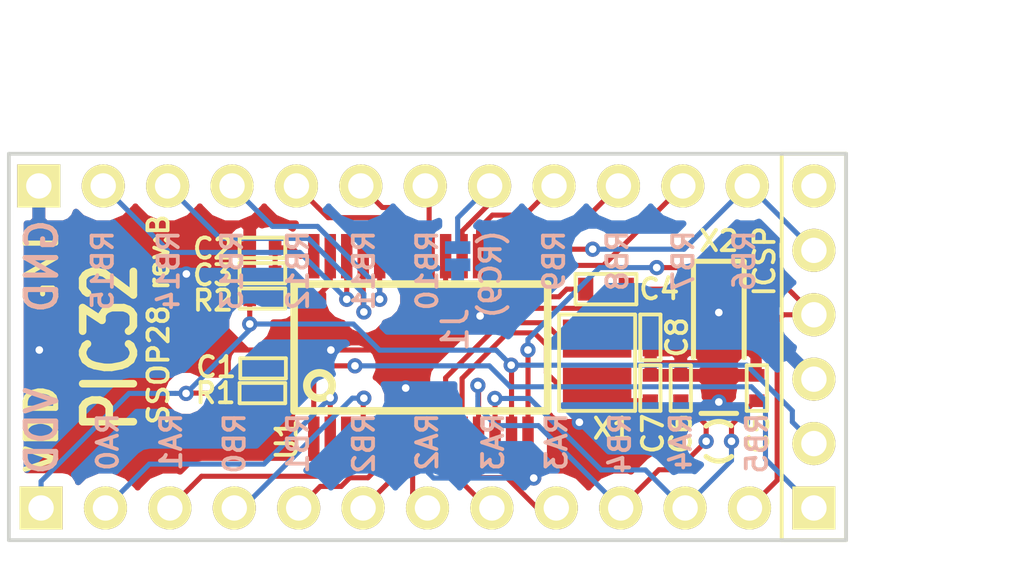
<source format=kicad_pcb>
(kicad_pcb (version 4) (host pcbnew 4.0.6)

  (general
    (links 61)
    (no_connects 6)
    (area 133.274999 97.714999 166.445001 113.105001)
    (thickness 1.6)
    (drawings 38)
    (tracks 291)
    (zones 0)
    (modules 17)
    (nets 28)
  )

  (page A4)
  (title_block
    (title PIC32MM_breakout)
    (date 2017-04-22)
    (rev B)
    (company "Kent_Nakazawa ( kent_n@outlook.com )")
  )

  (layers
    (0 F.Cu signal)
    (31 B.Cu signal)
    (32 B.Adhes user)
    (33 F.Adhes user)
    (34 B.Paste user)
    (35 F.Paste user)
    (36 B.SilkS user)
    (37 F.SilkS user)
    (38 B.Mask user)
    (39 F.Mask user)
    (40 Dwgs.User user)
    (41 Cmts.User user)
    (42 Eco1.User user)
    (43 Eco2.User user)
    (44 Edge.Cuts user)
    (45 Margin user)
    (46 B.CrtYd user)
    (47 F.CrtYd user)
    (48 B.Fab user)
    (49 F.Fab user)
  )

  (setup
    (last_trace_width 0.2)
    (trace_clearance 0.2)
    (zone_clearance 0.508)
    (zone_45_only no)
    (trace_min 0.2)
    (segment_width 0.2)
    (edge_width 0.15)
    (via_size 0.6)
    (via_drill 0.3)
    (via_min_size 0.3)
    (via_min_drill 0.3)
    (uvia_size 0.3)
    (uvia_drill 0.1)
    (uvias_allowed no)
    (uvia_min_size 0.2)
    (uvia_min_drill 0.1)
    (pcb_text_width 0.15)
    (pcb_text_size 0.8 0.8)
    (mod_edge_width 0.15)
    (mod_text_size 0.8 0.8)
    (mod_text_width 0.15)
    (pad_size 0.6 0.6)
    (pad_drill 0.3)
    (pad_to_mask_clearance 0.1)
    (solder_mask_min_width 0.1)
    (aux_axis_origin 133.35 113.03)
    (grid_origin 133.35 113.03)
    (visible_elements 7FFEFFFF)
    (pcbplotparams
      (layerselection 0x010f0_80000001)
      (usegerberextensions true)
      (excludeedgelayer true)
      (linewidth 0.500000)
      (plotframeref false)
      (viasonmask false)
      (mode 1)
      (useauxorigin true)
      (hpglpennumber 1)
      (hpglpenspeed 20)
      (hpglpendiameter 15)
      (hpglpenoverlay 2)
      (psnegative false)
      (psa4output false)
      (plotreference true)
      (plotvalue true)
      (plotinvisibletext false)
      (padsonsilk false)
      (subtractmaskfromsilk true)
      (outputformat 1)
      (mirror false)
      (drillshape 0)
      (scaleselection 1)
      (outputdirectory gerv/))
  )

  (net 0 "")
  (net 1 +3.3V)
  (net 2 GND)
  (net 3 "Net-(C4-Pad1)")
  (net 4 "Net-(CN1-Pad3)")
  (net 5 "Net-(CN1-Pad4)")
  (net 6 "Net-(CN1-Pad5)")
  (net 7 "Net-(CN1-Pad6)")
  (net 8 "Net-(CN1-Pad7)")
  (net 9 "Net-(CN2-Pad2)")
  (net 10 "Net-(CN2-Pad3)")
  (net 11 "Net-(CN2-Pad4)")
  (net 12 "Net-(CN2-Pad5)")
  (net 13 "Net-(CN2-Pad6)")
  (net 14 "Net-(CN2-Pad7)")
  (net 15 "Net-(CN2-Pad8)")
  (net 16 "Net-(CN2-Pad9)")
  (net 17 "Net-(CN2-Pad10)")
  (net 18 "Net-(CN2-Pad11)")
  (net 19 MCLR)
  (net 20 "Net-(C5-Pad1)")
  (net 21 "Net-(C6-Pad1)")
  (net 22 "Net-(C7-Pad1)")
  (net 23 "Net-(C8-Pad1)")
  (net 24 PGED)
  (net 25 PGEC)
  (net 26 /AVDD)
  (net 27 "Net-(CN1-Pad2)")

  (net_class Default "これは標準のネット クラスです。"
    (clearance 0.2)
    (trace_width 0.2)
    (via_dia 0.6)
    (via_drill 0.3)
    (uvia_dia 0.3)
    (uvia_drill 0.1)
    (add_net +3.3V)
    (add_net /AVDD)
    (add_net GND)
    (add_net MCLR)
    (add_net "Net-(C4-Pad1)")
    (add_net "Net-(C5-Pad1)")
    (add_net "Net-(C6-Pad1)")
    (add_net "Net-(C7-Pad1)")
    (add_net "Net-(C8-Pad1)")
    (add_net "Net-(CN1-Pad2)")
    (add_net "Net-(CN1-Pad3)")
    (add_net "Net-(CN1-Pad4)")
    (add_net "Net-(CN1-Pad5)")
    (add_net "Net-(CN1-Pad6)")
    (add_net "Net-(CN1-Pad7)")
    (add_net "Net-(CN2-Pad10)")
    (add_net "Net-(CN2-Pad11)")
    (add_net "Net-(CN2-Pad2)")
    (add_net "Net-(CN2-Pad3)")
    (add_net "Net-(CN2-Pad4)")
    (add_net "Net-(CN2-Pad5)")
    (add_net "Net-(CN2-Pad6)")
    (add_net "Net-(CN2-Pad7)")
    (add_net "Net-(CN2-Pad8)")
    (add_net "Net-(CN2-Pad9)")
    (add_net PGEC)
    (add_net PGED)
  )

  (module EIA:0402 (layer F.Cu) (tedit 5631766C) (tstamp 57FFB581)
    (at 143.375 106.255)
    (tags "0402(EIA 1x0.5mm)")
    (path /57FCDFF6)
    (fp_text reference C1 (at -1.85 -0.05) (layer F.SilkS)
      (effects (font (size 0.8 0.8) (thickness 0.15)))
    )
    (fp_text value 0.1u (at -0.05 -0.85) (layer Dwgs.User) hide
      (effects (font (size 0.8 0.8) (thickness 0.15)))
    )
    (fp_line (start 0.9 -0.4) (end -0.9 -0.4) (layer F.SilkS) (width 0.15))
    (fp_line (start -0.9 -0.4) (end -0.9 0.4) (layer F.SilkS) (width 0.15))
    (fp_line (start -0.9 0.4) (end 0.9 0.4) (layer F.SilkS) (width 0.15))
    (fp_line (start 0.9 0.4) (end 0.9 -0.4) (layer F.SilkS) (width 0.15))
    (fp_line (start -0.5 -0.25) (end 0.5 -0.25) (layer Dwgs.User) (width 0.05))
    (fp_line (start 0.5 -0.25) (end 0.5 0.25) (layer Dwgs.User) (width 0.05))
    (fp_line (start 0.5 0.25) (end -0.5 0.25) (layer Dwgs.User) (width 0.05))
    (fp_line (start -0.5 0.25) (end -0.5 -0.25) (layer Dwgs.User) (width 0.05))
    (pad 1 smd rect (at -0.5 0) (size 0.5 0.6) (layers F.Cu F.Paste F.Mask)
      (net 1 +3.3V))
    (pad 2 smd rect (at 0.5 0) (size 0.5 0.6) (layers F.Cu F.Paste F.Mask)
      (net 2 GND))
  )

  (module EIA:0402 (layer F.Cu) (tedit 580784BF) (tstamp 57FFB58F)
    (at 143.35 101.5 180)
    (tags "0402(EIA 1x0.5mm)")
    (path /57FFD783)
    (fp_text reference C2 (at 1.95 -0.03 180) (layer F.SilkS)
      (effects (font (size 0.8 0.8) (thickness 0.15)))
    )
    (fp_text value 0.1u (at -0.05 -0.85 180) (layer Dwgs.User) hide
      (effects (font (size 0.8 0.8) (thickness 0.15)))
    )
    (fp_line (start 0.9 -0.4) (end -0.9 -0.4) (layer F.SilkS) (width 0.15))
    (fp_line (start -0.9 -0.4) (end -0.9 0.4) (layer F.SilkS) (width 0.15))
    (fp_line (start -0.9 0.4) (end 0.9 0.4) (layer F.SilkS) (width 0.15))
    (fp_line (start 0.9 0.4) (end 0.9 -0.4) (layer F.SilkS) (width 0.15))
    (fp_line (start -0.5 -0.25) (end 0.5 -0.25) (layer Dwgs.User) (width 0.05))
    (fp_line (start 0.5 -0.25) (end 0.5 0.25) (layer Dwgs.User) (width 0.05))
    (fp_line (start 0.5 0.25) (end -0.5 0.25) (layer Dwgs.User) (width 0.05))
    (fp_line (start -0.5 0.25) (end -0.5 -0.25) (layer Dwgs.User) (width 0.05))
    (pad 1 smd rect (at -0.5 0 180) (size 0.5 0.6) (layers F.Cu F.Paste F.Mask)
      (net 26 /AVDD))
    (pad 2 smd rect (at 0.5 0 180) (size 0.5 0.6) (layers F.Cu F.Paste F.Mask)
      (net 2 GND))
  )

  (module EIA:0402 (layer F.Cu) (tedit 58FB0BD8) (tstamp 57FFB59D)
    (at 143.35 102.5 180)
    (tags "0402(EIA 1x0.5mm)")
    (path /57FCEA39)
    (fp_text reference C3 (at 1.95 -0.08 180) (layer F.SilkS)
      (effects (font (size 0.8 0.8) (thickness 0.15)))
    )
    (fp_text value 0.01u (at -0.05 -0.85 180) (layer Dwgs.User) hide
      (effects (font (size 0.8 0.8) (thickness 0.15)))
    )
    (fp_line (start 0.9 -0.4) (end -0.9 -0.4) (layer F.SilkS) (width 0.15))
    (fp_line (start -0.9 -0.4) (end -0.9 0.4) (layer F.SilkS) (width 0.15))
    (fp_line (start -0.9 0.4) (end 0.9 0.4) (layer F.SilkS) (width 0.15))
    (fp_line (start 0.9 0.4) (end 0.9 -0.4) (layer F.SilkS) (width 0.15))
    (fp_line (start -0.5 -0.25) (end 0.5 -0.25) (layer Dwgs.User) (width 0.05))
    (fp_line (start 0.5 -0.25) (end 0.5 0.25) (layer Dwgs.User) (width 0.05))
    (fp_line (start 0.5 0.25) (end -0.5 0.25) (layer Dwgs.User) (width 0.05))
    (fp_line (start -0.5 0.25) (end -0.5 -0.25) (layer Dwgs.User) (width 0.05))
    (pad 1 smd rect (at -0.5 0 180) (size 0.5 0.6) (layers F.Cu F.Paste F.Mask)
      (net 26 /AVDD))
    (pad 2 smd rect (at 0.5 0 180) (size 0.5 0.6) (layers F.Cu F.Paste F.Mask)
      (net 2 GND))
  )

  (module EIA:0402 (layer F.Cu) (tedit 5631766C) (tstamp 57FFB5E7)
    (at 143.35 107.23 180)
    (tags "0402(EIA 1x0.5mm)")
    (path /57FCC56C)
    (fp_text reference R1 (at 1.85 0 180) (layer F.SilkS)
      (effects (font (size 0.8 0.8) (thickness 0.15)))
    )
    (fp_text value 10k (at -0.05 -0.85 180) (layer Dwgs.User) hide
      (effects (font (size 0.8 0.8) (thickness 0.15)))
    )
    (fp_line (start 0.9 -0.4) (end -0.9 -0.4) (layer F.SilkS) (width 0.15))
    (fp_line (start -0.9 -0.4) (end -0.9 0.4) (layer F.SilkS) (width 0.15))
    (fp_line (start -0.9 0.4) (end 0.9 0.4) (layer F.SilkS) (width 0.15))
    (fp_line (start 0.9 0.4) (end 0.9 -0.4) (layer F.SilkS) (width 0.15))
    (fp_line (start -0.5 -0.25) (end 0.5 -0.25) (layer Dwgs.User) (width 0.05))
    (fp_line (start 0.5 -0.25) (end 0.5 0.25) (layer Dwgs.User) (width 0.05))
    (fp_line (start 0.5 0.25) (end -0.5 0.25) (layer Dwgs.User) (width 0.05))
    (fp_line (start -0.5 0.25) (end -0.5 -0.25) (layer Dwgs.User) (width 0.05))
    (pad 1 smd rect (at -0.5 0 180) (size 0.5 0.6) (layers F.Cu F.Paste F.Mask)
      (net 19 MCLR))
    (pad 2 smd rect (at 0.5 0 180) (size 0.5 0.6) (layers F.Cu F.Paste F.Mask)
      (net 1 +3.3V))
  )

  (module EIA:0402 (layer F.Cu) (tedit 5631766C) (tstamp 57FFB5F5)
    (at 143.35 103.5 180)
    (tags "0402(EIA 1x0.5mm)")
    (path /57FCF111)
    (fp_text reference R2 (at 1.95 -0.08 180) (layer F.SilkS)
      (effects (font (size 0.8 0.8) (thickness 0.15)))
    )
    (fp_text value 4.7 (at -0.05 -0.85 180) (layer Dwgs.User) hide
      (effects (font (size 0.8 0.8) (thickness 0.15)))
    )
    (fp_line (start 0.9 -0.4) (end -0.9 -0.4) (layer F.SilkS) (width 0.15))
    (fp_line (start -0.9 -0.4) (end -0.9 0.4) (layer F.SilkS) (width 0.15))
    (fp_line (start -0.9 0.4) (end 0.9 0.4) (layer F.SilkS) (width 0.15))
    (fp_line (start 0.9 0.4) (end 0.9 -0.4) (layer F.SilkS) (width 0.15))
    (fp_line (start -0.5 -0.25) (end 0.5 -0.25) (layer Dwgs.User) (width 0.05))
    (fp_line (start 0.5 -0.25) (end 0.5 0.25) (layer Dwgs.User) (width 0.05))
    (fp_line (start 0.5 0.25) (end -0.5 0.25) (layer Dwgs.User) (width 0.05))
    (fp_line (start -0.5 0.25) (end -0.5 -0.25) (layer Dwgs.User) (width 0.05))
    (pad 1 smd rect (at -0.5 0 180) (size 0.5 0.6) (layers F.Cu F.Paste F.Mask)
      (net 26 /AVDD))
    (pad 2 smd rect (at 0.5 0 180) (size 0.5 0.6) (layers F.Cu F.Paste F.Mask)
      (net 1 +3.3V))
  )

  (module TI:SOIC28 (layer F.Cu) (tedit 58FB201C) (tstamp 57FFB61A)
    (at 149.6 105.43)
    (path /57FC8555)
    (fp_text reference U1 (at -5.3 3.625 90) (layer F.SilkS)
      (effects (font (size 0.8 0.8) (thickness 0.15)))
    )
    (fp_text value PIC32MMXXXXGPL028 (at 0 0) (layer F.Fab)
      (effects (font (size 0.8 0.8) (thickness 0.15)))
    )
    (fp_circle (center -4 1.5) (end -4.4 1.8) (layer F.SilkS) (width 0.3))
    (fp_line (start 5 -2.5) (end 5 2.5) (layer F.SilkS) (width 0.3))
    (fp_line (start -5 2.5) (end 5 2.5) (layer F.SilkS) (width 0.3))
    (fp_line (start -5 -2.5) (end -5 2.5) (layer F.SilkS) (width 0.3))
    (fp_line (start 5 -2.5) (end -5 -2.5) (layer F.SilkS) (width 0.3))
    (pad 28 smd rect (at -4.225 -3.6) (size 0.45 1.75) (layers F.Cu F.Paste F.Mask)
      (net 26 /AVDD))
    (pad 1 smd rect (at -4.225 3.6) (size 0.45 1.75) (layers F.Cu F.Paste F.Mask)
      (net 19 MCLR))
    (pad 27 smd rect (at -3.575 -3.6) (size 0.45 1.75) (layers F.Cu F.Paste F.Mask)
      (net 2 GND))
    (pad 2 smd rect (at -3.575 3.6) (size 0.45 1.75) (layers F.Cu F.Paste F.Mask)
      (net 27 "Net-(CN1-Pad2)"))
    (pad 26 smd rect (at -2.925 -3.6) (size 0.45 1.75) (layers F.Cu F.Paste F.Mask)
      (net 9 "Net-(CN2-Pad2)"))
    (pad 3 smd rect (at -2.925 3.6) (size 0.45 1.75) (layers F.Cu F.Paste F.Mask)
      (net 4 "Net-(CN1-Pad3)"))
    (pad 25 smd rect (at -2.275 -3.6) (size 0.45 1.75) (layers F.Cu F.Paste F.Mask)
      (net 10 "Net-(CN2-Pad3)"))
    (pad 4 smd rect (at -2.275 3.6) (size 0.45 1.75) (layers F.Cu F.Paste F.Mask)
      (net 5 "Net-(CN1-Pad4)"))
    (pad 24 smd rect (at -1.625 -3.6) (size 0.45 1.75) (layers F.Cu F.Paste F.Mask)
      (net 11 "Net-(CN2-Pad4)"))
    (pad 5 smd rect (at -1.625 3.6) (size 0.45 1.75) (layers F.Cu F.Paste F.Mask)
      (net 6 "Net-(CN1-Pad5)"))
    (pad 23 smd rect (at -0.975 -3.6) (size 0.45 1.75) (layers F.Cu F.Paste F.Mask)
      (net 12 "Net-(CN2-Pad5)"))
    (pad 6 smd rect (at -0.975 3.6) (size 0.45 1.75) (layers F.Cu F.Paste F.Mask)
      (net 7 "Net-(CN1-Pad6)"))
    (pad 22 smd rect (at -0.325 -3.6) (size 0.45 1.75) (layers F.Cu F.Paste F.Mask)
      (net 13 "Net-(CN2-Pad6)"))
    (pad 7 smd rect (at -0.325 3.6) (size 0.45 1.75) (layers F.Cu F.Paste F.Mask)
      (net 8 "Net-(CN1-Pad7)"))
    (pad 21 smd rect (at 0.325 -3.6) (size 0.45 1.75) (layers F.Cu F.Paste F.Mask)
      (net 14 "Net-(CN2-Pad7)"))
    (pad 8 smd rect (at 0.325 3.6) (size 0.45 1.75) (layers F.Cu F.Paste F.Mask)
      (net 2 GND))
    (pad 20 smd rect (at 0.975 -3.6) (size 0.45 1.75) (layers F.Cu F.Paste F.Mask)
      (net 3 "Net-(C4-Pad1)"))
    (pad 9 smd rect (at 0.975 3.6) (size 0.45 1.75) (layers F.Cu F.Paste F.Mask)
      (net 23 "Net-(C8-Pad1)"))
    (pad 19 smd rect (at 1.625 -3.6) (size 0.45 1.75) (layers F.Cu F.Paste F.Mask)
      (net 15 "Net-(CN2-Pad8)"))
    (pad 10 smd rect (at 1.625 3.6) (size 0.45 1.75) (layers F.Cu F.Paste F.Mask)
      (net 22 "Net-(C7-Pad1)"))
    (pad 18 smd rect (at 2.275 -3.6) (size 0.45 1.75) (layers F.Cu F.Paste F.Mask)
      (net 16 "Net-(CN2-Pad9)"))
    (pad 11 smd rect (at 2.275 3.6) (size 0.45 1.75) (layers F.Cu F.Paste F.Mask)
      (net 21 "Net-(C6-Pad1)"))
    (pad 17 smd rect (at 2.925 -3.6) (size 0.45 1.75) (layers F.Cu F.Paste F.Mask)
      (net 17 "Net-(CN2-Pad10)"))
    (pad 12 smd rect (at 2.925 3.6) (size 0.45 1.75) (layers F.Cu F.Paste F.Mask)
      (net 20 "Net-(C5-Pad1)"))
    (pad 16 smd rect (at 3.575 -3.6) (size 0.45 1.75) (layers F.Cu F.Paste F.Mask)
      (net 18 "Net-(CN2-Pad11)"))
    (pad 13 smd rect (at 3.575 3.6) (size 0.45 1.75) (layers F.Cu F.Paste F.Mask)
      (net 1 +3.3V))
    (pad 15 smd rect (at 4.225 -3.6) (size 0.45 1.75) (layers F.Cu F.Paste F.Mask)
      (net 25 PGEC))
    (pad 14 smd rect (at 4.225 3.6) (size 0.45 1.75) (layers F.Cu F.Paste F.Mask)
      (net 24 PGED))
  )

  (module EIA:0402 (layer F.Cu) (tedit 5631766C) (tstamp 57FFBC6D)
    (at 162.85 107.03 90)
    (tags "0402(EIA 1x0.5mm)")
    (path /58000423)
    (fp_text reference C5 (at -1.8 0.05 270) (layer F.SilkS)
      (effects (font (size 0.8 0.8) (thickness 0.15)))
    )
    (fp_text value 30p (at -0.05 -0.85 90) (layer Dwgs.User) hide
      (effects (font (size 0.8 0.8) (thickness 0.15)))
    )
    (fp_line (start 0.9 -0.4) (end -0.9 -0.4) (layer F.SilkS) (width 0.15))
    (fp_line (start -0.9 -0.4) (end -0.9 0.4) (layer F.SilkS) (width 0.15))
    (fp_line (start -0.9 0.4) (end 0.9 0.4) (layer F.SilkS) (width 0.15))
    (fp_line (start 0.9 0.4) (end 0.9 -0.4) (layer F.SilkS) (width 0.15))
    (fp_line (start -0.5 -0.25) (end 0.5 -0.25) (layer Dwgs.User) (width 0.05))
    (fp_line (start 0.5 -0.25) (end 0.5 0.25) (layer Dwgs.User) (width 0.05))
    (fp_line (start 0.5 0.25) (end -0.5 0.25) (layer Dwgs.User) (width 0.05))
    (fp_line (start -0.5 0.25) (end -0.5 -0.25) (layer Dwgs.User) (width 0.05))
    (pad 1 smd rect (at -0.5 0 90) (size 0.5 0.6) (layers F.Cu F.Paste F.Mask)
      (net 20 "Net-(C5-Pad1)"))
    (pad 2 smd rect (at 0.5 0 90) (size 0.5 0.6) (layers F.Cu F.Paste F.Mask)
      (net 2 GND))
  )

  (module EIA:0402 (layer F.Cu) (tedit 5631766C) (tstamp 57FFBC7B)
    (at 159.85 107.03 90)
    (tags "0402(EIA 1x0.5mm)")
    (path /580005E9)
    (fp_text reference C6 (at -1.8 0 270) (layer F.SilkS)
      (effects (font (size 0.8 0.8) (thickness 0.15)))
    )
    (fp_text value 30p (at -0.05 -0.85 90) (layer Dwgs.User) hide
      (effects (font (size 0.8 0.8) (thickness 0.15)))
    )
    (fp_line (start 0.9 -0.4) (end -0.9 -0.4) (layer F.SilkS) (width 0.15))
    (fp_line (start -0.9 -0.4) (end -0.9 0.4) (layer F.SilkS) (width 0.15))
    (fp_line (start -0.9 0.4) (end 0.9 0.4) (layer F.SilkS) (width 0.15))
    (fp_line (start 0.9 0.4) (end 0.9 -0.4) (layer F.SilkS) (width 0.15))
    (fp_line (start -0.5 -0.25) (end 0.5 -0.25) (layer Dwgs.User) (width 0.05))
    (fp_line (start 0.5 -0.25) (end 0.5 0.25) (layer Dwgs.User) (width 0.05))
    (fp_line (start 0.5 0.25) (end -0.5 0.25) (layer Dwgs.User) (width 0.05))
    (fp_line (start -0.5 0.25) (end -0.5 -0.25) (layer Dwgs.User) (width 0.05))
    (pad 1 smd rect (at -0.5 0 90) (size 0.5 0.6) (layers F.Cu F.Paste F.Mask)
      (net 21 "Net-(C6-Pad1)"))
    (pad 2 smd rect (at 0.5 0 90) (size 0.5 0.6) (layers F.Cu F.Paste F.Mask)
      (net 2 GND))
  )

  (module EIA:0402 (layer F.Cu) (tedit 5631766C) (tstamp 57FFBC89)
    (at 158.65 107.03 90)
    (tags "0402(EIA 1x0.5mm)")
    (path /58000628)
    (fp_text reference C7 (at -1.8 0.1 270) (layer F.SilkS)
      (effects (font (size 0.8 0.8) (thickness 0.15)))
    )
    (fp_text value 30p (at -0.05 -0.85 90) (layer Dwgs.User) hide
      (effects (font (size 0.8 0.8) (thickness 0.15)))
    )
    (fp_line (start 0.9 -0.4) (end -0.9 -0.4) (layer F.SilkS) (width 0.15))
    (fp_line (start -0.9 -0.4) (end -0.9 0.4) (layer F.SilkS) (width 0.15))
    (fp_line (start -0.9 0.4) (end 0.9 0.4) (layer F.SilkS) (width 0.15))
    (fp_line (start 0.9 0.4) (end 0.9 -0.4) (layer F.SilkS) (width 0.15))
    (fp_line (start -0.5 -0.25) (end 0.5 -0.25) (layer Dwgs.User) (width 0.05))
    (fp_line (start 0.5 -0.25) (end 0.5 0.25) (layer Dwgs.User) (width 0.05))
    (fp_line (start 0.5 0.25) (end -0.5 0.25) (layer Dwgs.User) (width 0.05))
    (fp_line (start -0.5 0.25) (end -0.5 -0.25) (layer Dwgs.User) (width 0.05))
    (pad 1 smd rect (at -0.5 0 90) (size 0.5 0.6) (layers F.Cu F.Paste F.Mask)
      (net 22 "Net-(C7-Pad1)"))
    (pad 2 smd rect (at 0.5 0 90) (size 0.5 0.6) (layers F.Cu F.Paste F.Mask)
      (net 2 GND))
  )

  (module EIA:0402 (layer F.Cu) (tedit 5631766C) (tstamp 57FFBC97)
    (at 158.65 105.03 270)
    (tags "0402(EIA 1x0.5mm)")
    (path /580007BE)
    (fp_text reference C8 (at 0 -1.05 450) (layer F.SilkS)
      (effects (font (size 0.8 0.8) (thickness 0.15)))
    )
    (fp_text value 30p (at -0.05 -0.85 270) (layer Dwgs.User) hide
      (effects (font (size 0.8 0.8) (thickness 0.15)))
    )
    (fp_line (start 0.9 -0.4) (end -0.9 -0.4) (layer F.SilkS) (width 0.15))
    (fp_line (start -0.9 -0.4) (end -0.9 0.4) (layer F.SilkS) (width 0.15))
    (fp_line (start -0.9 0.4) (end 0.9 0.4) (layer F.SilkS) (width 0.15))
    (fp_line (start 0.9 0.4) (end 0.9 -0.4) (layer F.SilkS) (width 0.15))
    (fp_line (start -0.5 -0.25) (end 0.5 -0.25) (layer Dwgs.User) (width 0.05))
    (fp_line (start 0.5 -0.25) (end 0.5 0.25) (layer Dwgs.User) (width 0.05))
    (fp_line (start 0.5 0.25) (end -0.5 0.25) (layer Dwgs.User) (width 0.05))
    (fp_line (start -0.5 0.25) (end -0.5 -0.25) (layer Dwgs.User) (width 0.05))
    (pad 1 smd rect (at -0.5 0 270) (size 0.5 0.6) (layers F.Cu F.Paste F.Mask)
      (net 23 "Net-(C8-Pad1)"))
    (pad 2 smd rect (at 0.5 0 270) (size 0.5 0.6) (layers F.Cu F.Paste F.Mask)
      (net 2 GND))
  )

  (module CRYSTAL:3225-2 (layer F.Cu) (tedit 58FB11D2) (tstamp 57FFBCA5)
    (at 156.55 106.03 90)
    (path /57FFFC2B)
    (fp_text reference X1 (at -2.6 0.6 360) (layer F.SilkS)
      (effects (font (size 0.8 0.8) (thickness 0.15)))
    )
    (fp_text value NX3225-8M (at 0 -2.1 90) (layer F.Fab)
      (effects (font (size 0.8 0.8) (thickness 0.15)))
    )
    (fp_line (start -1.9 1.5) (end -1.9 -1.5) (layer F.SilkS) (width 0.15))
    (fp_line (start 1.9 1.5) (end -1.9 1.5) (layer F.SilkS) (width 0.15))
    (fp_line (start 1.9 -1.5) (end 1.9 1.5) (layer F.SilkS) (width 0.15))
    (fp_line (start -1.9 -1.5) (end 1.9 -1.5) (layer F.SilkS) (width 0.15))
    (fp_line (start -1.6 -1.25) (end 1.6 -1.25) (layer Dwgs.User) (width 0.15))
    (fp_line (start -1.6 1.25) (end -1.6 -1.25) (layer Dwgs.User) (width 0.15))
    (fp_line (start 1.6 1.25) (end -1.6 1.25) (layer Dwgs.User) (width 0.15))
    (fp_line (start 1.6 -1.25) (end 1.6 1.25) (layer Dwgs.User) (width 0.15))
    (pad 1 smd rect (at -0.95 0 90) (size 1.5 2.7) (layers F.Cu F.Paste F.Mask)
      (net 22 "Net-(C7-Pad1)"))
    (pad 2 smd rect (at 0.95 0 90) (size 1.5 2.7) (layers F.Cu F.Paste F.Mask)
      (net 23 "Net-(C8-Pad1)"))
  )

  (module CONN_2.54MM:1x12P_s placed (layer F.Cu) (tedit 5807845C) (tstamp 57FFB5BF)
    (at 148.59 111.76)
    (tags "2.54mm 12P")
    (path /57FFC00C)
    (fp_text reference CN1 (at -8.515 -1.73) (layer F.SilkS) hide
      (effects (font (size 0.8 0.8) (thickness 0.15)))
    )
    (fp_text value CONN_12 (at -11.54 2) (layer F.Fab)
      (effects (font (size 0.8 0.8) (thickness 0.15)))
    )
    (pad 1 thru_hole rect (at -13.97 0) (size 1.7 1.7) (drill 1) (layers *.Cu *.Mask F.SilkS)
      (net 1 +3.3V))
    (pad 2 thru_hole circle (at -11.43 0) (size 1.7 1.7) (drill 1) (layers *.Cu *.Mask F.SilkS)
      (net 27 "Net-(CN1-Pad2)"))
    (pad 3 thru_hole circle (at -8.89 0) (size 1.7 1.7) (drill 1) (layers *.Cu *.Mask F.SilkS)
      (net 4 "Net-(CN1-Pad3)"))
    (pad 4 thru_hole circle (at -6.35 0) (size 1.7 1.7) (drill 1) (layers *.Cu *.Mask F.SilkS)
      (net 5 "Net-(CN1-Pad4)"))
    (pad 5 thru_hole circle (at -3.81 0) (size 1.7 1.7) (drill 1) (layers *.Cu *.Mask F.SilkS)
      (net 6 "Net-(CN1-Pad5)"))
    (pad 6 thru_hole circle (at -1.27 0) (size 1.7 1.7) (drill 1) (layers *.Cu *.Mask F.SilkS)
      (net 7 "Net-(CN1-Pad6)"))
    (pad 7 thru_hole circle (at 1.27 0) (size 1.7 1.7) (drill 1) (layers *.Cu *.Mask F.SilkS)
      (net 8 "Net-(CN1-Pad7)"))
    (pad 8 thru_hole circle (at 3.81 0) (size 1.7 1.7) (drill 1) (layers *.Cu *.Mask F.SilkS)
      (net 23 "Net-(C8-Pad1)"))
    (pad 9 thru_hole circle (at 6.35 0) (size 1.7 1.7) (drill 1) (layers *.Cu *.Mask F.SilkS)
      (net 22 "Net-(C7-Pad1)"))
    (pad 10 thru_hole circle (at 8.89 0) (size 1.7 1.7) (drill 1) (layers *.Cu *.Mask F.SilkS)
      (net 21 "Net-(C6-Pad1)"))
    (pad 11 thru_hole circle (at 11.43 0) (size 1.7 1.7) (drill 1) (layers *.Cu *.Mask F.SilkS)
      (net 20 "Net-(C5-Pad1)"))
    (pad 12 thru_hole circle (at 13.97 0) (size 1.7 1.7) (drill 1) (layers *.Cu *.Mask F.SilkS)
      (net 24 PGED))
  )

  (module CONN_2.54MM:1x12P_s placed (layer F.Cu) (tedit 58078465) (tstamp 57FFB5D3)
    (at 148.5011 99.06)
    (tags "2.54mm 12P")
    (path /57FFB1C9)
    (fp_text reference CN2 (at -11.5511 2.97 90) (layer F.SilkS) hide
      (effects (font (size 0.8 0.8) (thickness 0.15)))
    )
    (fp_text value CONN_12 (at -11.54 2) (layer F.Fab)
      (effects (font (size 0.8 0.8) (thickness 0.15)))
    )
    (pad 1 thru_hole rect (at -13.97 0) (size 1.7 1.7) (drill 1) (layers *.Cu *.Mask F.SilkS)
      (net 2 GND))
    (pad 2 thru_hole circle (at -11.43 0) (size 1.7 1.7) (drill 1) (layers *.Cu *.Mask F.SilkS)
      (net 9 "Net-(CN2-Pad2)"))
    (pad 3 thru_hole circle (at -8.89 0) (size 1.7 1.7) (drill 1) (layers *.Cu *.Mask F.SilkS)
      (net 10 "Net-(CN2-Pad3)"))
    (pad 4 thru_hole circle (at -6.35 0) (size 1.7 1.7) (drill 1) (layers *.Cu *.Mask F.SilkS)
      (net 11 "Net-(CN2-Pad4)"))
    (pad 5 thru_hole circle (at -3.81 0) (size 1.7 1.7) (drill 1) (layers *.Cu *.Mask F.SilkS)
      (net 12 "Net-(CN2-Pad5)"))
    (pad 6 thru_hole circle (at -1.27 0) (size 1.7 1.7) (drill 1) (layers *.Cu *.Mask F.SilkS)
      (net 13 "Net-(CN2-Pad6)"))
    (pad 7 thru_hole circle (at 1.27 0) (size 1.7 1.7) (drill 1) (layers *.Cu *.Mask F.SilkS)
      (net 14 "Net-(CN2-Pad7)"))
    (pad 8 thru_hole circle (at 3.81 0) (size 1.7 1.7) (drill 1) (layers *.Cu *.Mask F.SilkS)
      (net 15 "Net-(CN2-Pad8)"))
    (pad 9 thru_hole circle (at 6.35 0) (size 1.7 1.7) (drill 1) (layers *.Cu *.Mask F.SilkS)
      (net 16 "Net-(CN2-Pad9)"))
    (pad 10 thru_hole circle (at 8.89 0) (size 1.7 1.7) (drill 1) (layers *.Cu *.Mask F.SilkS)
      (net 17 "Net-(CN2-Pad10)"))
    (pad 11 thru_hole circle (at 11.43 0) (size 1.7 1.7) (drill 1) (layers *.Cu *.Mask F.SilkS)
      (net 18 "Net-(CN2-Pad11)"))
    (pad 12 thru_hole circle (at 13.97 0) (size 1.7 1.7) (drill 1) (layers *.Cu *.Mask F.SilkS)
      (net 25 PGEC))
  )

  (module CONN_2.54MM:1x6P (layer F.Cu) (tedit 58FB1EE0) (tstamp 58FB0D3F)
    (at 165.1 106.68 90)
    (tags "2.54mm 5P")
    (path /58FB751C)
    (fp_text reference ICSP (at 4.65 -1.95 90) (layer F.SilkS)
      (effects (font (size 0.8 0.8) (thickness 0.15)))
    )
    (fp_text value CONN_6 (at -3.81 2 90) (layer F.Fab)
      (effects (font (size 0.8 0.8) (thickness 0.15)))
    )
    (fp_line (start -6.35 -1.27) (end 8.89 -1.27) (layer F.SilkS) (width 0.15))
    (fp_line (start 8.89 -1.27) (end 8.89 1.27) (layer F.SilkS) (width 0.15))
    (fp_line (start 8.89 1.27) (end -6.35 1.27) (layer F.SilkS) (width 0.15))
    (fp_line (start -6.35 1.27) (end -6.35 -1.27) (layer F.SilkS) (width 0.15))
    (pad 1 thru_hole rect (at -5.08 0 90) (size 1.7 1.7) (drill 1) (layers *.Cu *.Mask F.SilkS)
      (net 19 MCLR))
    (pad 2 thru_hole circle (at -2.54 0 90) (size 1.7 1.7) (drill 1) (layers *.Cu *.Mask F.SilkS)
      (net 1 +3.3V))
    (pad 3 thru_hole circle (at 0 0 90) (size 1.7 1.7) (drill 1) (layers *.Cu *.Mask F.SilkS)
      (net 2 GND))
    (pad 4 thru_hole circle (at 2.54 0 90) (size 1.7 1.7) (drill 1) (layers *.Cu *.Mask F.SilkS)
      (net 24 PGED))
    (pad 5 thru_hole circle (at 5.08 0 90) (size 1.7 1.7) (drill 1) (layers *.Cu *.Mask F.SilkS)
      (net 25 PGEC))
    (pad 6 thru_hole circle (at 7.62 0 90) (size 1.7 1.7) (drill 1) (layers *.Cu *.Mask F.SilkS))
  )

  (module EIA:0603 (layer F.Cu) (tedit 58FB2B6C) (tstamp 58FB2DF7)
    (at 156.9 103.13)
    (tags "0603(EIA 1.6x0.8mm)")
    (path /57FCE0C3)
    (fp_text reference C4 (at 2.1 0) (layer F.SilkS)
      (effects (font (size 0.8 0.8) (thickness 0.15)))
    )
    (fp_text value 10u (at 0 -1.1) (layer Dwgs.User) hide
      (effects (font (size 0.5 0.5) (thickness 0.1)))
    )
    (fp_line (start -1.1 -0.6) (end 1.2 -0.6) (layer F.SilkS) (width 0.15))
    (fp_line (start 1.2 -0.6) (end 1.2 0.6) (layer F.SilkS) (width 0.15))
    (fp_line (start 1.2 0.6) (end -1.2 0.6) (layer F.SilkS) (width 0.15))
    (fp_line (start -1.2 0.6) (end -1.2 -0.6) (layer F.SilkS) (width 0.15))
    (fp_line (start -1.2 -0.6) (end -1.1 -0.6) (layer F.SilkS) (width 0.15))
    (fp_line (start 0 -0.4) (end -0.8 -0.4) (layer Dwgs.User) (width 0.05))
    (fp_line (start -0.8 -0.4) (end -0.8 0.4) (layer Dwgs.User) (width 0.05))
    (fp_line (start -0.8 0.4) (end 0.8 0.4) (layer Dwgs.User) (width 0.05))
    (fp_line (start 0.8 0.4) (end 0.8 -0.4) (layer Dwgs.User) (width 0.05))
    (fp_line (start 0.8 -0.4) (end 0 -0.4) (layer Dwgs.User) (width 0.05))
    (pad 1 smd trapezoid (at -0.8 0) (size 0.6 0.9) (layers F.Cu F.Paste F.Mask)
      (net 3 "Net-(C4-Pad1)"))
    (pad 2 smd trapezoid (at 0.8 0) (size 0.6 0.9) (layers F.Cu F.Paste F.Mask)
      (net 2 GND))
  )

  (module CRYSTAL:Cylinder_6mm (layer F.Cu) (tedit 588CBD2F) (tstamp 58FB2E0D)
    (at 161.35 109.13 180)
    (path /57FFFB2E)
    (fp_text reference X2 (at 0 7.9 360) (layer F.SilkS)
      (effects (font (size 0.8 0.8) (thickness 0.15)))
    )
    (fp_text value 32.768k (at 0 -1.5 180) (layer F.Fab)
      (effects (font (size 1 1) (thickness 0.15)))
    )
    (fp_arc (start 0 0) (end 0.5 0.6) (angle 78.46537935) (layer F.SilkS) (width 0.2))
    (fp_arc (start 0 0) (end -0.5 -0.6) (angle 79.61114218) (layer F.SilkS) (width 0.2))
    (pad 1 thru_hole circle (at -0.5 0 180) (size 0.6 0.6) (drill 0.3) (layers *.Cu *.Mask)
      (net 20 "Net-(C5-Pad1)"))
    (pad 2 thru_hole circle (at 0.5 0 180) (size 0.6 0.6) (drill 0.3) (layers *.Cu *.Mask)
      (net 21 "Net-(C6-Pad1)"))
  )

  (module MODULE:JUMPER (layer B.Cu) (tedit 579EC06E) (tstamp 591E8190)
    (at 151.05 101.83 270)
    (path /591E80CE)
    (fp_text reference J1 (at 2.9 0.1 270) (layer B.SilkS)
      (effects (font (size 1 1) (thickness 0.15)) (justify mirror))
    )
    (fp_text value JMP (at 0 -1.5 270) (layer B.Fab)
      (effects (font (size 1 1) (thickness 0.15)) (justify mirror))
    )
    (pad 1 smd rect (at -0.34 0 270) (size 0.5 1) (layers B.Cu B.Paste B.Mask)
      (net 15 "Net-(CN2-Pad8)"))
    (pad 2 smd rect (at 0.34 0 270) (size 0.5 1) (layers B.Cu B.Paste B.Mask)
      (net 2 GND))
  )

  (gr_text RB5 (at 162.85 107.93 90) (layer B.SilkS) (tstamp 590D9666)
    (effects (font (size 0.8 0.8) (thickness 0.15)) (justify left mirror))
  )
  (gr_text "SSOP28 rev:B" (at 139.25 104.33 90) (layer F.SilkS)
    (effects (font (size 0.8 0.8) (thickness 0.15)))
  )
  (gr_line (start 160.65 108.03) (end 162.05 108.03) (layer F.SilkS) (width 0.2))
  (gr_line (start 162.35 102.03) (end 162.35 105.83) (layer F.SilkS) (width 0.2))
  (gr_line (start 160.35 102.03) (end 162.35 102.03) (layer F.SilkS) (width 0.2))
  (gr_line (start 160.35 105.83) (end 160.35 102.03) (layer F.SilkS) (width 0.2))
  (gr_text RB6 (at 162.35 100.73 90) (layer B.SilkS)
    (effects (font (size 0.8 0.8) (thickness 0.15)) (justify left mirror))
  )
  (gr_text RB7 (at 159.95 100.73 90) (layer B.SilkS)
    (effects (font (size 0.8 0.8) (thickness 0.15)) (justify left mirror))
  )
  (gr_text RB8 (at 157.35 100.73 90) (layer B.SilkS)
    (effects (font (size 0.8 0.8) (thickness 0.15)) (justify left mirror))
  )
  (gr_text RB9 (at 154.85 100.73 90) (layer B.SilkS)
    (effects (font (size 0.8 0.8) (thickness 0.15)) (justify left mirror))
  )
  (gr_text "(RC9)" (at 152.35 100.73 90) (layer B.SilkS)
    (effects (font (size 0.8 0.8) (thickness 0.15)) (justify left mirror))
  )
  (gr_text RB13 (at 142.15 100.73 90) (layer B.SilkS)
    (effects (font (size 0.8 0.8) (thickness 0.15)) (justify left mirror))
  )
  (gr_text RB10 (at 149.85 100.73 90) (layer B.SilkS)
    (effects (font (size 0.8 0.8) (thickness 0.15)) (justify left mirror))
  )
  (gr_text RB11 (at 147.35 100.73 90) (layer B.SilkS)
    (effects (font (size 0.8 0.8) (thickness 0.15)) (justify left mirror))
  )
  (gr_text RB12 (at 144.75 100.73 90) (layer B.SilkS)
    (effects (font (size 0.8 0.8) (thickness 0.15)) (justify left mirror))
  )
  (gr_text RB14 (at 139.65 100.73 90) (layer B.SilkS)
    (effects (font (size 0.8 0.8) (thickness 0.15)) (justify left mirror))
  )
  (gr_text RB15 (at 137.05 100.73 90) (layer B.SilkS)
    (effects (font (size 0.8 0.8) (thickness 0.15)) (justify left mirror))
  )
  (gr_text RA4 (at 159.85 107.93 90) (layer B.SilkS)
    (effects (font (size 0.8 0.8) (thickness 0.15)) (justify left mirror))
  )
  (gr_text RB4 (at 157.45 107.93 90) (layer B.SilkS)
    (effects (font (size 0.8 0.8) (thickness 0.15)) (justify left mirror))
  )
  (gr_text RA3 (at 154.95 107.93 90) (layer B.SilkS)
    (effects (font (size 0.8 0.8) (thickness 0.15)) (justify left mirror))
  )
  (gr_text RA3 (at 152.45 107.93 90) (layer B.SilkS)
    (effects (font (size 0.8 0.8) (thickness 0.15)) (justify left mirror))
  )
  (gr_text RA2 (at 149.85 107.93 90) (layer B.SilkS)
    (effects (font (size 0.8 0.8) (thickness 0.15)) (justify left mirror))
  )
  (gr_text RB2 (at 147.35 107.93 90) (layer B.SilkS)
    (effects (font (size 0.8 0.8) (thickness 0.15)) (justify left mirror))
  )
  (gr_text RB1 (at 144.75 107.93 90) (layer B.SilkS)
    (effects (font (size 0.8 0.8) (thickness 0.15)) (justify left mirror))
  )
  (gr_text RB0 (at 142.25 107.93 90) (layer B.SilkS)
    (effects (font (size 0.8 0.8) (thickness 0.15)) (justify left mirror))
  )
  (gr_text RA1 (at 139.75 107.93 90) (layer B.SilkS)
    (effects (font (size 0.8 0.8) (thickness 0.15)) (justify left mirror))
  )
  (gr_text RA0 (at 137.25 107.93 90) (layer B.SilkS)
    (effects (font (size 0.8 0.8) (thickness 0.15)) (justify left mirror))
  )
  (gr_text GND (at 134.65 102.23 90) (layer F.SilkS) (tstamp 58FB20A9)
    (effects (font (size 1.2 1.2) (thickness 0.2)))
  )
  (gr_text VDD (at 134.65 108.63 90) (layer F.SilkS) (tstamp 58FB209D)
    (effects (font (size 1.2 1.2) (thickness 0.2)))
  )
  (gr_text PIC32 (at 137.35 105.43 90) (layer F.SilkS)
    (effects (font (size 2 1.5) (thickness 0.3)))
  )
  (gr_text GND (at 134.65 102.23 90) (layer B.SilkS)
    (effects (font (size 1.2 1.2) (thickness 0.2)) (justify mirror))
  )
  (gr_text VDD (at 134.65 108.73 90) (layer B.SilkS)
    (effects (font (size 1.2 1.2) (thickness 0.2)) (justify mirror))
  )
  (dimension 33 (width 0.3) (layer Dwgs.User)
    (gr_text "33.000 mm" (at 149.85 93.58) (layer Dwgs.User)
      (effects (font (size 1.5 1.5) (thickness 0.3)))
    )
    (feature1 (pts (xy 166.35 97.53) (xy 166.35 92.23)))
    (feature2 (pts (xy 133.35 97.53) (xy 133.35 92.23)))
    (crossbar (pts (xy 133.35 94.93) (xy 166.35 94.93)))
    (arrow1a (pts (xy 166.35 94.93) (xy 165.223496 95.516421)))
    (arrow1b (pts (xy 166.35 94.93) (xy 165.223496 94.343579)))
    (arrow2a (pts (xy 133.35 94.93) (xy 134.476504 95.516421)))
    (arrow2b (pts (xy 133.35 94.93) (xy 134.476504 94.343579)))
  )
  (dimension 15.2 (width 0.3) (layer Dwgs.User)
    (gr_text "15.200 mm" (at 170.720922 105.4 270) (layer Dwgs.User)
      (effects (font (size 1.5 1.5) (thickness 0.3)))
    )
    (feature1 (pts (xy 166.570922 113) (xy 172.070922 113)))
    (feature2 (pts (xy 166.570922 97.8) (xy 172.070922 97.8)))
    (crossbar (pts (xy 169.370922 97.8) (xy 169.370922 113)))
    (arrow1a (pts (xy 169.370922 113) (xy 168.784501 111.873496)))
    (arrow1b (pts (xy 169.370922 113) (xy 169.957343 111.873496)))
    (arrow2a (pts (xy 169.370922 97.8) (xy 168.784501 98.926504)))
    (arrow2b (pts (xy 169.370922 97.8) (xy 169.957343 98.926504)))
  )
  (gr_line (start 166.37 97.79) (end 133.35 97.79) (layer Edge.Cuts) (width 0.15))
  (gr_line (start 166.37 113.03) (end 166.37 97.79) (layer Edge.Cuts) (width 0.15))
  (gr_line (start 133.35 113.03) (end 166.37 113.03) (layer Edge.Cuts) (width 0.15))
  (gr_line (start 133.35 97.79) (end 133.35 113.03) (layer Edge.Cuts) (width 0.15))

  (segment (start 153.585393 106.129129) (end 153.161129 106.129129) (width 0.2) (layer B.Cu) (net 1))
  (segment (start 162.449129 106.129129) (end 153.585393 106.129129) (width 0.2) (layer B.Cu) (net 1))
  (segment (start 164.250001 108.370001) (end 164.250001 107.930001) (width 0.2) (layer B.Cu) (net 1))
  (segment (start 152.86113 105.82913) (end 153.161129 106.129129) (width 0.2) (layer B.Cu) (net 1))
  (segment (start 147.96825 105.536252) (end 152.568252 105.536252) (width 0.2) (layer B.Cu) (net 1))
  (segment (start 146.936998 104.505) (end 147.96825 105.536252) (width 0.2) (layer B.Cu) (net 1))
  (segment (start 142.85 104.505) (end 146.936998 104.505) (width 0.2) (layer B.Cu) (net 1))
  (segment (start 164.250001 107.930001) (end 162.449129 106.129129) (width 0.2) (layer B.Cu) (net 1))
  (segment (start 152.568252 105.536252) (end 152.86113 105.82913) (width 0.2) (layer B.Cu) (net 1))
  (segment (start 153.175 109.03) (end 153.175 106.143) (width 0.2) (layer F.Cu) (net 1))
  (segment (start 153.175 106.143) (end 153.161129 106.129129) (width 0.2) (layer F.Cu) (net 1))
  (segment (start 165.1 109.22) (end 164.250001 108.370001) (width 0.2) (layer B.Cu) (net 1))
  (via (at 153.161129 106.129129) (size 0.6) (drill 0.3) (layers F.Cu B.Cu) (net 1))
  (segment (start 134.62 111.76) (end 134.62 110.71) (width 0.2) (layer B.Cu) (net 1))
  (segment (start 134.62 110.71) (end 138.088676 107.241324) (width 0.2) (layer B.Cu) (net 1))
  (segment (start 140.339443 107.241324) (end 142.85 104.730767) (width 0.2) (layer B.Cu) (net 1))
  (segment (start 142.85 104.730767) (end 142.85 104.505) (width 0.2) (layer B.Cu) (net 1))
  (segment (start 139.915179 107.241324) (end 140.339443 107.241324) (width 0.2) (layer B.Cu) (net 1))
  (segment (start 138.088676 107.241324) (end 139.915179 107.241324) (width 0.2) (layer B.Cu) (net 1))
  (segment (start 140.350767 107.23) (end 140.339443 107.241324) (width 0.2) (layer F.Cu) (net 1))
  (segment (start 142.85 107.23) (end 140.350767 107.23) (width 0.2) (layer F.Cu) (net 1))
  (via (at 140.339443 107.241324) (size 0.6) (drill 0.3) (layers F.Cu B.Cu) (net 1))
  (segment (start 142.85 103.5) (end 142.85 104) (width 0.2) (layer F.Cu) (net 1))
  (via (at 142.85 104.505) (size 0.6) (drill 0.3) (layers F.Cu B.Cu) (net 1))
  (segment (start 142.85 104) (end 142.85 104.505) (width 0.2) (layer F.Cu) (net 1))
  (segment (start 134.62 111.76) (end 135.246213 111.76) (width 0.2) (layer F.Cu) (net 1))
  (segment (start 142.85 107.23) (end 142.85 106.28) (width 0.2) (layer F.Cu) (net 1))
  (segment (start 142.85 106.28) (end 142.875 106.255) (width 0.2) (layer F.Cu) (net 1))
  (segment (start 142.85 103.5) (end 142.85 103.55) (width 0.2) (layer F.Cu) (net 1))
  (segment (start 151.510875 104.186005) (end 151.935139 104.186005) (width 0.2) (layer F.Cu) (net 2))
  (segment (start 147.5 105.53) (end 148.843995 104.186005) (width 0.2) (layer F.Cu) (net 2))
  (segment (start 160.731066 104.059048) (end 160.558024 103.886006) (width 0.2) (layer F.Cu) (net 2))
  (segment (start 151.05 103.300866) (end 151.63514 103.886006) (width 0.2) (layer B.Cu) (net 2))
  (segment (start 151.63514 103.886006) (end 151.935139 104.186005) (width 0.2) (layer B.Cu) (net 2))
  (segment (start 148.843995 104.186005) (end 151.510875 104.186005) (width 0.2) (layer F.Cu) (net 2))
  (segment (start 152.235138 103.886006) (end 151.935139 104.186005) (width 0.2) (layer F.Cu) (net 2))
  (segment (start 160.558024 103.886006) (end 152.235138 103.886006) (width 0.2) (layer F.Cu) (net 2))
  (via (at 151.935139 104.186005) (size 0.6) (drill 0.3) (layers F.Cu B.Cu) (net 2))
  (segment (start 151.05 102.17) (end 151.05 103.300866) (width 0.2) (layer B.Cu) (net 2))
  (segment (start 149 107.03) (end 149 106.793521) (width 0.2) (layer F.Cu) (net 2))
  (segment (start 149 106.793521) (end 147.736479 105.53) (width 0.2) (layer F.Cu) (net 2))
  (segment (start 147.736479 105.53) (end 147.5 105.53) (width 0.2) (layer F.Cu) (net 2))
  (segment (start 162.85 106.53) (end 161.35 106.53) (width 0.2) (layer F.Cu) (net 2))
  (segment (start 161.35 106.08) (end 161.35 106.53) (width 0.2) (layer F.Cu) (net 2))
  (segment (start 159.85 106.53) (end 161.35 106.53) (width 0.2) (layer F.Cu) (net 2))
  (segment (start 161.35 106.53) (end 161.35 107.58) (width 0.2) (layer F.Cu) (net 2))
  (segment (start 160.8 107.58) (end 160 108.38) (width 0.2) (layer B.Cu) (net 2))
  (segment (start 160 108.38) (end 155.85 108.38) (width 0.2) (layer B.Cu) (net 2))
  (segment (start 161.35 107.58) (end 160.8 107.58) (width 0.2) (layer B.Cu) (net 2))
  (via (at 161.35 107.58) (size 0.6) (drill 0.3) (layers F.Cu B.Cu) (net 2))
  (segment (start 134.55 105.53) (end 134.974264 105.53) (width 0.2) (layer F.Cu) (net 2))
  (segment (start 134.974264 105.53) (end 142.75 105.53) (width 0.2) (layer F.Cu) (net 2))
  (segment (start 149.9 110.38) (end 149.9 107.93) (width 0.2) (layer B.Cu) (net 2))
  (segment (start 149.9 107.93) (end 149 107.03) (width 0.2) (layer B.Cu) (net 2))
  (segment (start 150.1 110.58) (end 149.9 110.38) (width 0.2) (layer B.Cu) (net 2))
  (segment (start 154.05 110.58) (end 150.1 110.58) (width 0.2) (layer B.Cu) (net 2))
  (segment (start 155.85 108.38) (end 155.550001 108.679999) (width 0.2) (layer F.Cu) (net 2))
  (segment (start 155.550001 108.679999) (end 155.550001 109.079999) (width 0.2) (layer F.Cu) (net 2))
  (segment (start 155.550001 109.079999) (end 154.05 110.58) (width 0.2) (layer F.Cu) (net 2))
  (via (at 154.05 110.58) (size 0.6) (drill 0.3) (layers F.Cu B.Cu) (net 2))
  (via (at 155.85 108.38) (size 0.6) (drill 0.3) (layers F.Cu B.Cu) (net 2))
  (segment (start 158.75 106.03) (end 158.75 106.53) (width 0.2) (layer F.Cu) (net 2))
  (segment (start 158.75 105.53) (end 158.75 106.03) (width 0.2) (layer F.Cu) (net 2))
  (segment (start 161.35 104.475364) (end 161.35 106.08) (width 0.2) (layer F.Cu) (net 2))
  (segment (start 158.75 106.03) (end 161.3 106.03) (width 0.2) (layer F.Cu) (net 2))
  (segment (start 161.3 106.03) (end 161.35 106.08) (width 0.2) (layer F.Cu) (net 2))
  (segment (start 161.35 104.0511) (end 161.35 104.475364) (width 0.2) (layer F.Cu) (net 2))
  (segment (start 157.7 103.13) (end 159.802018 103.13) (width 0.2) (layer F.Cu) (net 2))
  (segment (start 160.731066 104.059048) (end 161.170695 104.059048) (width 0.2) (layer F.Cu) (net 2))
  (segment (start 161.178643 104.0511) (end 161.35 104.0511) (width 0.2) (layer F.Cu) (net 2))
  (segment (start 159.802018 103.13) (end 160.731066 104.059048) (width 0.2) (layer F.Cu) (net 2))
  (segment (start 161.170695 104.059048) (end 161.178643 104.0511) (width 0.2) (layer F.Cu) (net 2))
  (segment (start 134.55 105.53) (end 137.35 105.53) (width 0.2) (layer B.Cu) (net 2))
  (segment (start 137.35 105.53) (end 140.35 102.53) (width 0.2) (layer B.Cu) (net 2))
  (segment (start 165.1 106.68) (end 162.4711 104.0511) (width 0.2) (layer B.Cu) (net 2))
  (segment (start 162.4711 104.0511) (end 161.35 104.0511) (width 0.2) (layer B.Cu) (net 2))
  (segment (start 165.1 106.137116) (end 165.1 106.68) (width 0.2) (layer F.Cu) (net 2))
  (segment (start 143.4 105.53) (end 142.75 105.53) (width 0.2) (layer F.Cu) (net 2))
  (segment (start 142.75 105.53) (end 140.35 103.13) (width 0.2) (layer F.Cu) (net 2))
  (segment (start 140.35 103.13) (end 140.35 102.53) (width 0.2) (layer F.Cu) (net 2))
  (segment (start 134.5311 99.06) (end 134.5311 105.5111) (width 0.2) (layer F.Cu) (net 2))
  (segment (start 134.5311 105.5111) (end 134.55 105.53) (width 0.2) (layer F.Cu) (net 2))
  (via (at 134.55 105.53) (size 0.6) (drill 0.3) (layers F.Cu B.Cu) (net 2))
  (segment (start 149.925 107.955) (end 149 107.03) (width 0.2) (layer F.Cu) (net 2))
  (via (at 149 107.03) (size 0.6) (drill 0.3) (layers F.Cu B.Cu) (net 2))
  (segment (start 146.05 105.53) (end 143.875 105.53) (width 0.2) (layer F.Cu) (net 2))
  (segment (start 147.5 105.53) (end 146.05 105.53) (width 0.2) (layer F.Cu) (net 2))
  (via (at 146.05 105.53) (size 0.6) (drill 0.3) (layers F.Cu B.Cu) (net 2))
  (via (at 161.35 104.0511) (size 0.6) (drill 0.3) (layers F.Cu B.Cu) (net 2))
  (segment (start 143.875 105.53) (end 143.4 105.53) (width 0.2) (layer F.Cu) (net 2))
  (segment (start 143.875 106.255) (end 143.875 105.755) (width 0.2) (layer F.Cu) (net 2))
  (segment (start 143.875 105.755) (end 143.875 105.53) (width 0.2) (layer F.Cu) (net 2))
  (segment (start 164.65 106.23) (end 165.1 106.68) (width 0.2) (layer B.Cu) (net 2))
  (segment (start 149.925 109.03) (end 149.925 107.955) (width 0.2) (layer F.Cu) (net 2))
  (segment (start 146.025 101.83) (end 146.025 102.905) (width 0.2) (layer F.Cu) (net 2))
  (segment (start 146.025 102.905) (end 143.4 105.53) (width 0.2) (layer F.Cu) (net 2))
  (segment (start 142.85 101.5) (end 140.35 101.5) (width 0.2) (layer F.Cu) (net 2))
  (segment (start 140.35 102.53) (end 140.35 101.5) (width 0.2) (layer F.Cu) (net 2))
  (via (at 140.35 102.53) (size 0.6) (drill 0.3) (layers F.Cu B.Cu) (net 2))
  (segment (start 134.5311 100.11) (end 134.5311 99.06) (width 0.2) (layer F.Cu) (net 2))
  (segment (start 142.85 101.5) (end 142.85 102.5) (width 0.2) (layer F.Cu) (net 2))
  (segment (start 156.1 103.13) (end 155.35 103.13) (width 0.2) (layer F.Cu) (net 3))
  (segment (start 155.35 103.13) (end 155.05 103.43) (width 0.2) (layer F.Cu) (net 3))
  (segment (start 151.184998 103.43) (end 155.05 103.43) (width 0.2) (layer F.Cu) (net 3))
  (segment (start 150.575 102.820002) (end 150.575 101.83) (width 0.2) (layer F.Cu) (net 3))
  (segment (start 151.184998 103.43) (end 150.575 102.820002) (width 0.2) (layer F.Cu) (net 3))
  (segment (start 146.675 109.03) (end 146.675 110.020002) (width 0.2) (layer F.Cu) (net 4))
  (segment (start 146.675 110.020002) (end 146.185011 110.509991) (width 0.2) (layer F.Cu) (net 4))
  (segment (start 146.185011 110.509991) (end 140.950009 110.509991) (width 0.2) (layer F.Cu) (net 4))
  (segment (start 140.950009 110.509991) (end 140.549999 110.910001) (width 0.2) (layer F.Cu) (net 4))
  (segment (start 140.549999 110.910001) (end 139.7 111.76) (width 0.2) (layer F.Cu) (net 4))
  (segment (start 147.35 107.43) (end 146.8969 107.43) (width 0.2) (layer B.Cu) (net 5))
  (segment (start 146.8969 107.43) (end 142.5669 111.76) (width 0.2) (layer B.Cu) (net 5))
  (segment (start 142.5669 111.76) (end 142.24 111.76) (width 0.2) (layer B.Cu) (net 5))
  (segment (start 147.325 109.03) (end 147.325 107.455) (width 0.2) (layer F.Cu) (net 5))
  (segment (start 147.325 107.455) (end 147.35 107.43) (width 0.2) (layer F.Cu) (net 5))
  (via (at 147.35 107.43) (size 0.6) (drill 0.3) (layers F.Cu B.Cu) (net 5))
  (segment (start 144.78 111.76) (end 145.629999 110.910001) (width 0.2) (layer F.Cu) (net 6))
  (segment (start 145.629999 110.910001) (end 146.456354 110.910001) (width 0.2) (layer F.Cu) (net 6))
  (segment (start 146.456354 110.910001) (end 146.797914 110.568441) (width 0.2) (layer F.Cu) (net 6))
  (segment (start 146.797914 110.568441) (end 147.511559 110.568441) (width 0.2) (layer F.Cu) (net 6))
  (segment (start 147.511559 110.568441) (end 147.975 110.105) (width 0.2) (layer F.Cu) (net 6))
  (segment (start 147.975 110.105) (end 147.975 109.03) (width 0.2) (layer F.Cu) (net 6))
  (segment (start 147.32 111.76) (end 148.625 110.455) (width 0.2) (layer F.Cu) (net 7))
  (segment (start 148.625 110.455) (end 148.625 110.105) (width 0.2) (layer F.Cu) (net 7))
  (segment (start 148.625 110.105) (end 148.625 109.03) (width 0.2) (layer F.Cu) (net 7))
  (segment (start 149.86 111.76) (end 149.275 111.175) (width 0.2) (layer F.Cu) (net 8))
  (segment (start 149.275 111.175) (end 149.275 110.105) (width 0.2) (layer F.Cu) (net 8))
  (segment (start 149.275 110.105) (end 149.275 109.03) (width 0.2) (layer F.Cu) (net 8))
  (segment (start 139.6911 101.68) (end 137.0711 99.06) (width 0.2) (layer B.Cu) (net 9))
  (segment (start 146.675 103.53) (end 144.825 101.68) (width 0.2) (layer B.Cu) (net 9))
  (segment (start 144.825 101.68) (end 139.6911 101.68) (width 0.2) (layer B.Cu) (net 9))
  (segment (start 146.675 101.83) (end 146.675 103.53) (width 0.2) (layer F.Cu) (net 9))
  (via (at 146.675 103.53) (size 0.6) (drill 0.3) (layers F.Cu B.Cu) (net 9))
  (segment (start 141.6811 101.13) (end 139.6111 99.06) (width 0.2) (layer B.Cu) (net 10))
  (segment (start 145.163002 101.13) (end 141.6811 101.13) (width 0.2) (layer B.Cu) (net 10))
  (segment (start 147.35 104.03) (end 147.35 103.316998) (width 0.2) (layer B.Cu) (net 10))
  (segment (start 147.35 103.316998) (end 145.163002 101.13) (width 0.2) (layer B.Cu) (net 10))
  (segment (start 147.325 101.83) (end 147.325 104.005) (width 0.2) (layer F.Cu) (net 10))
  (segment (start 147.325 104.005) (end 147.35 104.03) (width 0.2) (layer F.Cu) (net 10))
  (via (at 147.35 104.03) (size 0.6) (drill 0.3) (layers F.Cu B.Cu) (net 10))
  (segment (start 143.7461 100.655) (end 142.1511 99.06) (width 0.2) (layer B.Cu) (net 11))
  (segment (start 145.524264 100.655) (end 143.7461 100.655) (width 0.2) (layer B.Cu) (net 11))
  (segment (start 147.975 103.53) (end 147.975 103.105736) (width 0.2) (layer B.Cu) (net 11))
  (segment (start 147.975 103.105736) (end 145.524264 100.655) (width 0.2) (layer B.Cu) (net 11))
  (segment (start 147.975 101.83) (end 147.975 103.53) (width 0.2) (layer F.Cu) (net 11))
  (via (at 147.975 103.53) (size 0.6) (drill 0.3) (layers F.Cu B.Cu) (net 11))
  (segment (start 148.625 101.83) (end 148.625 100.839998) (width 0.2) (layer F.Cu) (net 12))
  (segment (start 145.541099 99.909999) (end 144.6911 99.06) (width 0.2) (layer F.Cu) (net 12))
  (segment (start 148.625 100.839998) (end 148.095011 100.310009) (width 0.2) (layer F.Cu) (net 12))
  (segment (start 148.095011 100.310009) (end 145.941109 100.310009) (width 0.2) (layer F.Cu) (net 12))
  (segment (start 145.941109 100.310009) (end 145.541099 99.909999) (width 0.2) (layer F.Cu) (net 12))
  (segment (start 149.275 101.83) (end 149.275 100.755) (width 0.2) (layer F.Cu) (net 13))
  (segment (start 148.081099 99.909999) (end 147.2311 99.06) (width 0.2) (layer F.Cu) (net 13))
  (segment (start 149.275 100.755) (end 148.429999 99.909999) (width 0.2) (layer F.Cu) (net 13))
  (segment (start 148.429999 99.909999) (end 148.081099 99.909999) (width 0.2) (layer F.Cu) (net 13))
  (segment (start 147.234554 99.056546) (end 147.2311 99.06) (width 0.2) (layer F.Cu) (net 13))
  (segment (start 149.925 101.83) (end 149.925 99.2139) (width 0.2) (layer F.Cu) (net 14))
  (segment (start 149.925 99.2139) (end 149.7711 99.06) (width 0.2) (layer F.Cu) (net 14))
  (segment (start 151.05 101.49) (end 151.05 100.3211) (width 0.2) (layer B.Cu) (net 15))
  (segment (start 151.05 100.3211) (end 151.35 100.0211) (width 0.2) (layer B.Cu) (net 15))
  (segment (start 151.35 100.0211) (end 152.3111 99.06) (width 0.2) (layer B.Cu) (net 15))
  (segment (start 151.225 101.83) (end 151.225 100.839998) (width 0.2) (layer F.Cu) (net 15))
  (segment (start 151.225 100.839998) (end 151.47499 100.590008) (width 0.2) (layer F.Cu) (net 15))
  (segment (start 151.47499 100.590008) (end 151.47499 100.589311) (width 0.2) (layer F.Cu) (net 15))
  (segment (start 151.47499 100.589311) (end 152.254309 99.809993) (width 0.2) (layer F.Cu) (net 15))
  (segment (start 152.254309 99.809993) (end 152.255005 99.809993) (width 0.2) (layer F.Cu) (net 15))
  (segment (start 152.255005 99.809993) (end 152.3111 99.753898) (width 0.2) (layer F.Cu) (net 15))
  (segment (start 152.3111 99.753898) (end 152.3111 99.06) (width 0.2) (layer F.Cu) (net 15))
  (segment (start 151.225 101.08) (end 151.216809 101.071809) (width 0.2) (layer F.Cu) (net 15))
  (segment (start 153.701099 100.210001) (end 154.8511 99.06) (width 0.2) (layer F.Cu) (net 16))
  (segment (start 151.875 101.83) (end 151.875 100.755) (width 0.2) (layer F.Cu) (net 16))
  (segment (start 151.875 100.755) (end 152.419999 100.210001) (width 0.2) (layer F.Cu) (net 16))
  (segment (start 152.419999 100.210001) (end 153.701099 100.210001) (width 0.2) (layer F.Cu) (net 16))
  (segment (start 155.841089 100.610011) (end 157.3911 99.06) (width 0.2) (layer F.Cu) (net 17))
  (segment (start 152.525 101.83) (end 152.525 100.839998) (width 0.2) (layer F.Cu) (net 17))
  (segment (start 152.525 100.839998) (end 152.754987 100.610011) (width 0.2) (layer F.Cu) (net 17))
  (segment (start 152.754987 100.610011) (end 155.841089 100.610011) (width 0.2) (layer F.Cu) (net 17))
  (segment (start 156.797576 102.193524) (end 159.9311 99.06) (width 0.2) (layer F.Cu) (net 18))
  (segment (start 153.175 101.83) (end 153.175 102.905) (width 0.2) (layer F.Cu) (net 18))
  (segment (start 153.175 102.905) (end 153.275001 103.005001) (width 0.2) (layer F.Cu) (net 18))
  (segment (start 153.275001 103.005001) (end 154.374999 103.005001) (width 0.2) (layer F.Cu) (net 18))
  (segment (start 154.374999 103.005001) (end 155.186476 102.193524) (width 0.2) (layer F.Cu) (net 18))
  (segment (start 155.186476 102.193524) (end 156.797576 102.193524) (width 0.2) (layer F.Cu) (net 18))
  (segment (start 147 106.155) (end 152.298998 106.155) (width 0.2) (layer B.Cu) (net 19))
  (segment (start 152.298998 106.155) (end 153.123998 106.98) (width 0.2) (layer B.Cu) (net 19))
  (segment (start 153.123998 106.98) (end 162.635286 106.98) (width 0.2) (layer B.Cu) (net 19))
  (segment (start 162.635286 106.98) (end 163.190388 107.535102) (width 0.2) (layer B.Cu) (net 19))
  (segment (start 163.190388 107.535102) (end 163.190388 109.836318) (width 0.2) (layer B.Cu) (net 19))
  (segment (start 163.190388 109.836318) (end 165.1 111.74593) (width 0.2) (layer B.Cu) (net 19))
  (segment (start 165.1 111.74593) (end 165.1 111.76) (width 0.2) (layer B.Cu) (net 19))
  (segment (start 147 106.155) (end 147.009607 106.145393) (width 0.2) (layer B.Cu) (net 19))
  (segment (start 145.857887 106.155) (end 145.282887 106.73) (width 0.2) (layer F.Cu) (net 19))
  (segment (start 145.282887 106.73) (end 144.782887 107.23) (width 0.2) (layer F.Cu) (net 19))
  (segment (start 145.375 109.03) (end 145.375 106.822113) (width 0.2) (layer F.Cu) (net 19))
  (segment (start 145.375 106.822113) (end 145.282887 106.73) (width 0.2) (layer F.Cu) (net 19))
  (segment (start 147 106.155) (end 145.857887 106.155) (width 0.2) (layer F.Cu) (net 19))
  (segment (start 144.782887 107.23) (end 144.3 107.23) (width 0.2) (layer F.Cu) (net 19))
  (segment (start 144.3 107.23) (end 143.85 107.23) (width 0.2) (layer F.Cu) (net 19))
  (via (at 147 106.155) (size 0.6) (drill 0.3) (layers F.Cu B.Cu) (net 19))
  (segment (start 161.85 109.13) (end 161.85 108.48) (width 0.2) (layer F.Cu) (net 20))
  (segment (start 161.85 108.48) (end 162.8 107.53) (width 0.2) (layer F.Cu) (net 20))
  (segment (start 162.8 107.53) (end 162.85 107.53) (width 0.2) (layer F.Cu) (net 20))
  (segment (start 160.02 111.76) (end 159.952792 111.76) (width 0.2) (layer B.Cu) (net 20))
  (segment (start 159.952792 111.76) (end 158.453299 110.260507) (width 0.2) (layer B.Cu) (net 20))
  (segment (start 158.453299 110.260507) (end 156.708382 110.260507) (width 0.2) (layer B.Cu) (net 20))
  (segment (start 156.708382 110.260507) (end 153.888679 107.440804) (width 0.2) (layer B.Cu) (net 20))
  (segment (start 153.888679 107.440804) (end 152.940919 107.440804) (width 0.2) (layer B.Cu) (net 20))
  (segment (start 152.940919 107.440804) (end 152.516655 107.440804) (width 0.2) (layer B.Cu) (net 20))
  (segment (start 152.525 109.03) (end 152.525 107.449149) (width 0.2) (layer F.Cu) (net 20))
  (via (at 152.516655 107.440804) (size 0.6) (drill 0.3) (layers F.Cu B.Cu) (net 20))
  (segment (start 152.525 107.449149) (end 152.516655 107.440804) (width 0.2) (layer F.Cu) (net 20))
  (segment (start 161.85 109.13) (end 161.85 109.885383) (width 0.2) (layer B.Cu) (net 20))
  (segment (start 161.85 109.885383) (end 160.02 111.715383) (width 0.2) (layer B.Cu) (net 20))
  (segment (start 160.02 111.715383) (end 160.02 111.76) (width 0.2) (layer B.Cu) (net 20))
  (segment (start 161.850398 109.130398) (end 161.85 109.13) (width 0.2) (layer F.Cu) (net 20))
  (segment (start 160.85 109.13) (end 160.85 108.48) (width 0.2) (layer F.Cu) (net 21))
  (segment (start 160.85 108.48) (end 159.9 107.53) (width 0.2) (layer F.Cu) (net 21))
  (segment (start 159.9 107.53) (end 159.85 107.53) (width 0.2) (layer F.Cu) (net 21))
  (segment (start 157.48 111.76) (end 158.986782 110.253218) (width 0.2) (layer F.Cu) (net 21))
  (segment (start 158.986782 110.253218) (end 159.726782 110.253218) (width 0.2) (layer F.Cu) (net 21))
  (segment (start 159.726782 110.253218) (end 160.85 109.13) (width 0.2) (layer F.Cu) (net 21))
  (segment (start 157.48 111.76) (end 154.232696 108.512696) (width 0.2) (layer B.Cu) (net 21))
  (segment (start 154.232696 108.512696) (end 152.581414 108.512696) (width 0.2) (layer B.Cu) (net 21))
  (segment (start 152.581414 108.512696) (end 151.847277 107.778559) (width 0.2) (layer B.Cu) (net 21))
  (segment (start 151.847277 107.778559) (end 151.847277 107.348833) (width 0.2) (layer B.Cu) (net 21))
  (segment (start 151.847277 107.348833) (end 151.847277 106.924569) (width 0.2) (layer B.Cu) (net 21))
  (segment (start 151.875 109.03) (end 151.875 106.952292) (width 0.2) (layer F.Cu) (net 21))
  (via (at 151.847277 106.924569) (size 0.6) (drill 0.3) (layers F.Cu B.Cu) (net 21))
  (segment (start 151.875 106.952292) (end 151.847277 106.924569) (width 0.2) (layer F.Cu) (net 21))
  (segment (start 160.85044 109.13044) (end 160.85 109.13) (width 0.2) (layer F.Cu) (net 21))
  (segment (start 151.225 109.03) (end 151.225 106.648289) (width 0.2) (layer F.Cu) (net 22))
  (segment (start 153.019122 104.854167) (end 154.074167 104.854167) (width 0.2) (layer F.Cu) (net 22))
  (segment (start 151.225 106.648289) (end 153.019122 104.854167) (width 0.2) (layer F.Cu) (net 22))
  (segment (start 154.074167 104.854167) (end 154.55 105.33) (width 0.2) (layer F.Cu) (net 22))
  (segment (start 154.55 105.33) (end 154.55 106.43) (width 0.2) (layer F.Cu) (net 22))
  (segment (start 154.55 106.43) (end 155.1 106.98) (width 0.2) (layer F.Cu) (net 22))
  (segment (start 155.1 106.98) (end 156.65 106.98) (width 0.2) (layer F.Cu) (net 22))
  (segment (start 158.75 107.53) (end 157.2 107.53) (width 0.2) (layer F.Cu) (net 22))
  (segment (start 157.2 107.53) (end 156.65 106.98) (width 0.2) (layer F.Cu) (net 22))
  (segment (start 151.225 109.03) (end 151.225 110.105) (width 0.2) (layer F.Cu) (net 22))
  (segment (start 151.225 110.105) (end 151.682621 110.562621) (width 0.2) (layer F.Cu) (net 22))
  (segment (start 151.682621 110.562621) (end 152.990213 110.562621) (width 0.2) (layer F.Cu) (net 22))
  (segment (start 152.990213 110.562621) (end 154.187592 111.76) (width 0.2) (layer F.Cu) (net 22))
  (segment (start 154.187592 111.76) (end 154.94 111.76) (width 0.2) (layer F.Cu) (net 22))
  (segment (start 150.575 109.03) (end 150.575 106.626299) (width 0.2) (layer F.Cu) (net 23))
  (segment (start 150.575 106.626299) (end 152.747142 104.454157) (width 0.2) (layer F.Cu) (net 23))
  (segment (start 152.747142 104.454157) (end 154.474157 104.454157) (width 0.2) (layer F.Cu) (net 23))
  (segment (start 154.474157 104.454157) (end 155.1 105.08) (width 0.2) (layer F.Cu) (net 23))
  (segment (start 155.1 105.08) (end 156.65 105.08) (width 0.2) (layer F.Cu) (net 23))
  (segment (start 158.75 104.53) (end 157.2 104.53) (width 0.2) (layer F.Cu) (net 23))
  (segment (start 157.2 104.53) (end 156.65 105.08) (width 0.2) (layer F.Cu) (net 23))
  (segment (start 150.575 109.03) (end 150.575 110.105) (width 0.2) (layer F.Cu) (net 23))
  (segment (start 150.575 110.105) (end 152.23 111.76) (width 0.2) (layer F.Cu) (net 23))
  (segment (start 152.23 111.76) (end 152.4 111.76) (width 0.2) (layer F.Cu) (net 23))
  (segment (start 158.9 102.28) (end 163.24 102.28) (width 0.2) (layer F.Cu) (net 24))
  (segment (start 163.24 102.28) (end 164.250001 103.290001) (width 0.2) (layer F.Cu) (net 24))
  (segment (start 164.250001 103.290001) (end 165.1 104.14) (width 0.2) (layer F.Cu) (net 24))
  (segment (start 156.647258 102.28) (end 158.9 102.28) (width 0.2) (layer B.Cu) (net 24))
  (via (at 158.9 102.28) (size 0.6) (drill 0.3) (layers F.Cu B.Cu) (net 24))
  (segment (start 153.822393 105.529129) (end 153.822393 105.104865) (width 0.2) (layer B.Cu) (net 24))
  (segment (start 153.822393 105.104865) (end 156.647258 102.28) (width 0.2) (layer B.Cu) (net 24))
  (segment (start 153.825 109.03) (end 153.825 105.531736) (width 0.2) (layer F.Cu) (net 24))
  (segment (start 153.825 105.531736) (end 153.822393 105.529129) (width 0.2) (layer F.Cu) (net 24))
  (via (at 153.822393 105.529129) (size 0.6) (drill 0.3) (layers F.Cu B.Cu) (net 24))
  (segment (start 163.65 104.387919) (end 163.65 110.67) (width 0.2) (layer F.Cu) (net 24))
  (segment (start 163.65 110.67) (end 162.56 111.76) (width 0.2) (layer F.Cu) (net 24))
  (segment (start 165.1 104.14) (end 163.897919 104.14) (width 0.2) (layer F.Cu) (net 24))
  (segment (start 163.897919 104.14) (end 163.65 104.387919) (width 0.2) (layer F.Cu) (net 24))
  (segment (start 165.093809 104.133809) (end 165.1 104.14) (width 0.2) (layer F.Cu) (net 24))
  (segment (start 156.375 101.555) (end 159.9761 101.555) (width 0.2) (layer B.Cu) (net 25))
  (segment (start 159.9761 101.555) (end 162.4711 99.06) (width 0.2) (layer B.Cu) (net 25))
  (segment (start 165.1 101.6) (end 162.56 99.06) (width 0.2) (layer B.Cu) (net 25))
  (segment (start 162.56 99.06) (end 162.4711 99.06) (width 0.2) (layer B.Cu) (net 25))
  (segment (start 153.825 101.83) (end 154.595913 101.83) (width 0.2) (layer F.Cu) (net 25))
  (segment (start 154.595913 101.83) (end 154.870913 101.555) (width 0.2) (layer F.Cu) (net 25))
  (segment (start 154.870913 101.555) (end 156.375 101.555) (width 0.2) (layer F.Cu) (net 25))
  (segment (start 165.055 101.555) (end 165.1 101.6) (width 0.2) (layer B.Cu) (net 25))
  (via (at 156.375 101.555) (size 0.6) (drill 0.3) (layers F.Cu B.Cu) (net 25))
  (segment (start 144.85 101.83) (end 144.52 101.5) (width 0.2) (layer F.Cu) (net 26))
  (segment (start 144.52 101.5) (end 143.85 101.5) (width 0.2) (layer F.Cu) (net 26))
  (segment (start 145.375 101.83) (end 144.85 101.83) (width 0.2) (layer F.Cu) (net 26))
  (segment (start 143.85 103.5) (end 143.85 102.5) (width 0.2) (layer F.Cu) (net 26))
  (segment (start 143.85 102.5) (end 143.85 101.5) (width 0.2) (layer F.Cu) (net 26))
  (segment (start 146.022449 107.416449) (end 143.409173 110.029725) (width 0.2) (layer B.Cu) (net 27))
  (segment (start 138.009999 110.910001) (end 137.16 111.76) (width 0.2) (layer B.Cu) (net 27))
  (segment (start 143.409173 110.029725) (end 138.890275 110.029725) (width 0.2) (layer B.Cu) (net 27))
  (segment (start 138.890275 110.029725) (end 138.009999 110.910001) (width 0.2) (layer B.Cu) (net 27))
  (segment (start 146.025 107.419) (end 146.022449 107.416449) (width 0.2) (layer F.Cu) (net 27))
  (segment (start 146.025 109.03) (end 146.025 107.419) (width 0.2) (layer F.Cu) (net 27))
  (via (at 146.022449 107.416449) (size 0.6) (drill 0.3) (layers F.Cu B.Cu) (net 27))

  (zone (net 2) (net_name GND) (layer F.Cu) (tstamp 0) (hatch edge 0.508)
    (connect_pads (clearance 0.508))
    (min_thickness 0.254)
    (fill yes (arc_segments 16) (thermal_gap 0.508) (thermal_bridge_width 0.508))
    (polygon
      (pts
        (xy 133 97.5) (xy 133 113.5) (xy 166.85 113.53) (xy 166.85 97.53)
      )
    )
    (filled_polygon
      (pts
        (xy 134.6581 98.933) (xy 134.6781 98.933) (xy 134.6781 99.187) (xy 134.6581 99.187) (xy 134.6581 100.38625)
        (xy 134.81685 100.545) (xy 135.507409 100.545) (xy 135.740798 100.448327) (xy 135.919427 100.269699) (xy 135.995962 100.084927)
        (xy 136.228817 100.318188) (xy 136.774419 100.544742) (xy 137.365189 100.545257) (xy 137.911186 100.319656) (xy 138.329288 99.902283)
        (xy 138.340848 99.874443) (xy 138.351444 99.900086) (xy 138.768817 100.318188) (xy 139.314419 100.544742) (xy 139.905189 100.545257)
        (xy 140.451186 100.319656) (xy 140.869288 99.902283) (xy 140.880848 99.874443) (xy 140.891444 99.900086) (xy 141.308817 100.318188)
        (xy 141.854419 100.544742) (xy 142.445189 100.545257) (xy 142.991186 100.319656) (xy 143.409288 99.902283) (xy 143.420848 99.874443)
        (xy 143.431444 99.900086) (xy 143.848817 100.318188) (xy 144.394419 100.544742) (xy 144.661618 100.544975) (xy 144.553569 100.70311)
        (xy 144.546763 100.73672) (xy 144.35189 100.603569) (xy 144.1 100.55256) (xy 143.6 100.55256) (xy 143.364683 100.596838)
        (xy 143.340594 100.612339) (xy 143.226309 100.565) (xy 143.13375 100.565) (xy 142.975 100.72375) (xy 142.975 101.089188)
        (xy 142.95256 101.2) (xy 142.95256 101.8) (xy 142.975 101.919258) (xy 142.975 102.089188) (xy 142.95256 102.2)
        (xy 142.95256 102.55256) (xy 142.6 102.55256) (xy 142.364683 102.596838) (xy 142.31781 102.627) (xy 142.12375 102.627)
        (xy 141.965 102.78575) (xy 141.965 102.92631) (xy 141.99387 102.996007) (xy 141.95256 103.2) (xy 141.95256 103.8)
        (xy 141.996838 104.035317) (xy 142.01859 104.06912) (xy 141.915162 104.318201) (xy 141.914838 104.690167) (xy 142.056883 105.033943)
        (xy 142.319673 105.297192) (xy 142.432068 105.343863) (xy 142.389683 105.351838) (xy 142.173559 105.49091) (xy 142.028569 105.70311)
        (xy 141.97756 105.955) (xy 141.97756 106.495) (xy 140.915558 106.495) (xy 140.86977 106.449132) (xy 140.526242 106.306486)
        (xy 140.154276 106.306162) (xy 139.8105 106.448207) (xy 139.547251 106.710997) (xy 139.404605 107.054525) (xy 139.404281 107.426491)
        (xy 139.546326 107.770267) (xy 139.809116 108.033516) (xy 140.152644 108.176162) (xy 140.52461 108.176486) (xy 140.868386 108.034441)
        (xy 140.937948 107.965) (xy 142.125331 107.965) (xy 142.13591 107.981441) (xy 142.34811 108.126431) (xy 142.6 108.17744)
        (xy 143.1 108.17744) (xy 143.335317 108.133162) (xy 143.346979 108.125658) (xy 143.34811 108.126431) (xy 143.6 108.17744)
        (xy 144.1 108.17744) (xy 144.335317 108.133162) (xy 144.532703 108.006147) (xy 144.50256 108.155) (xy 144.50256 109.774991)
        (xy 140.950009 109.774991) (xy 140.668737 109.83094) (xy 140.430286 109.990267) (xy 140.101692 110.318862) (xy 139.996681 110.275258)
        (xy 139.405911 110.274743) (xy 138.859914 110.500344) (xy 138.441812 110.917717) (xy 138.430252 110.945557) (xy 138.419656 110.919914)
        (xy 138.002283 110.501812) (xy 137.456681 110.275258) (xy 136.865911 110.274743) (xy 136.319914 110.500344) (xy 136.084565 110.735283)
        (xy 136.073162 110.674683) (xy 135.93409 110.458559) (xy 135.72189 110.313569) (xy 135.47 110.26256) (xy 134.06 110.26256)
        (xy 134.06 101.78575) (xy 141.965 101.78575) (xy 141.965 101.92631) (xy 141.995523 102) (xy 141.965 102.07369)
        (xy 141.965 102.21425) (xy 142.12375 102.373) (xy 142.32401 102.373) (xy 142.473691 102.435) (xy 142.56625 102.435)
        (xy 142.62825 102.373) (xy 142.725 102.373) (xy 142.725 101.627) (xy 142.62825 101.627) (xy 142.56625 101.565)
        (xy 142.473691 101.565) (xy 142.32401 101.627) (xy 142.12375 101.627) (xy 141.965 101.78575) (xy 134.06 101.78575)
        (xy 134.06 101.07369) (xy 141.965 101.07369) (xy 141.965 101.21425) (xy 142.12375 101.373) (xy 142.725 101.373)
        (xy 142.725 100.72375) (xy 142.56625 100.565) (xy 142.473691 100.565) (xy 142.240302 100.661673) (xy 142.061673 100.840301)
        (xy 141.965 101.07369) (xy 134.06 101.07369) (xy 134.06 100.545) (xy 134.24535 100.545) (xy 134.4041 100.38625)
        (xy 134.4041 99.187) (xy 134.3841 99.187) (xy 134.3841 98.933) (xy 134.4041 98.933) (xy 134.4041 98.913)
        (xy 134.6581 98.913)
      )
    )
    (filled_polygon
      (pts
        (xy 154.73591 108.181441) (xy 154.94811 108.326431) (xy 155.2 108.37744) (xy 157.9 108.37744) (xy 158.056491 108.347994)
        (xy 158.09811 108.376431) (xy 158.35 108.42744) (xy 158.95 108.42744) (xy 159.185317 108.383162) (xy 159.248478 108.342519)
        (xy 159.29811 108.376431) (xy 159.55 108.42744) (xy 159.757994 108.42744) (xy 160.020375 108.689822) (xy 159.915162 108.943201)
        (xy 159.91509 109.025463) (xy 159.422336 109.518218) (xy 158.986782 109.518218) (xy 158.70551 109.574167) (xy 158.467059 109.733494)
        (xy 157.881691 110.318862) (xy 157.776681 110.275258) (xy 157.185911 110.274743) (xy 156.639914 110.500344) (xy 156.221812 110.917717)
        (xy 156.210252 110.945557) (xy 156.199656 110.919914) (xy 155.782283 110.501812) (xy 155.236681 110.275258) (xy 154.645911 110.274743)
        (xy 154.534433 110.320805) (xy 154.646431 110.15689) (xy 154.69744 109.905) (xy 154.69744 108.155) (xy 154.688573 108.107878)
      )
    )
    (filled_polygon
      (pts
        (xy 163.475688 103.555134) (xy 163.378195 103.620277) (xy 163.130277 103.868196) (xy 162.970949 104.106647) (xy 162.915 104.387919)
        (xy 162.915 106.63256) (xy 162.55 106.63256) (xy 162.430742 106.655) (xy 162.07375 106.655) (xy 161.915 106.81375)
        (xy 161.915 106.906309) (xy 161.960967 107.017283) (xy 161.953569 107.02811) (xy 161.90256 107.28) (xy 161.90256 107.387993)
        (xy 161.35 107.940554) (xy 160.79744 107.387994) (xy 160.79744 107.28) (xy 160.753162 107.044683) (xy 160.737661 107.020594)
        (xy 160.785 106.906309) (xy 160.785 106.81375) (xy 160.62625 106.655) (xy 160.260812 106.655) (xy 160.15 106.63256)
        (xy 159.55 106.63256) (xy 159.430742 106.655) (xy 159.060812 106.655) (xy 158.95 106.63256) (xy 158.54744 106.63256)
        (xy 158.54744 106.23) (xy 158.523 106.100113) (xy 158.523 105.950688) (xy 158.54744 105.83) (xy 158.54744 105.655)
        (xy 158.777 105.655) (xy 158.777 106.405) (xy 158.92575 106.405) (xy 158.93575 106.415) (xy 159.07631 106.415)
        (xy 159.100452 106.405) (xy 159.723 106.405) (xy 159.723 105.80375) (xy 159.977 105.80375) (xy 159.977 106.405)
        (xy 160.62625 106.405) (xy 160.785 106.24625) (xy 160.785 106.153691) (xy 161.915 106.153691) (xy 161.915 106.24625)
        (xy 162.07375 106.405) (xy 162.723 106.405) (xy 162.723 105.80375) (xy 162.56425 105.645) (xy 162.42369 105.645)
        (xy 162.190301 105.741673) (xy 162.011673 105.920302) (xy 161.915 106.153691) (xy 160.785 106.153691) (xy 160.688327 105.920302)
        (xy 160.509699 105.741673) (xy 160.27631 105.645) (xy 160.13575 105.645) (xy 159.977 105.80375) (xy 159.723 105.80375)
        (xy 159.56425 105.645) (xy 159.42369 105.645) (xy 159.399548 105.655) (xy 159.100452 105.655) (xy 159.07631 105.645)
        (xy 158.93575 105.645) (xy 158.92575 105.655) (xy 158.777 105.655) (xy 158.54744 105.655) (xy 158.54744 105.42744)
        (xy 158.95 105.42744) (xy 159.069258 105.405) (xy 159.42625 105.405) (xy 159.585 105.24625) (xy 159.585 105.153691)
        (xy 159.539033 105.042717) (xy 159.546431 105.03189) (xy 159.59744 104.78) (xy 159.59744 104.28) (xy 159.553162 104.044683)
        (xy 159.41409 103.828559) (xy 159.20189 103.683569) (xy 158.95 103.63256) (xy 158.636796 103.63256) (xy 158.64744 103.58)
        (xy 158.64744 103.187532) (xy 158.713201 103.214838) (xy 159.085167 103.215162) (xy 159.428943 103.073117) (xy 159.487162 103.015)
        (xy 162.935554 103.015)
      )
    )
    (filled_polygon
      (pts
        (xy 144.89811 103.301431) (xy 145.15 103.35244) (xy 145.6 103.35244) (xy 145.671324 103.339019) (xy 145.673691 103.34)
        (xy 145.741491 103.34) (xy 145.740162 103.343201) (xy 145.739838 103.715167) (xy 145.881883 104.058943) (xy 146.144673 104.322192)
        (xy 146.488201 104.464838) (xy 146.51801 104.464864) (xy 146.556883 104.558943) (xy 146.819673 104.822192) (xy 147.163201 104.964838)
        (xy 147.535167 104.965162) (xy 147.878943 104.823117) (xy 148.142192 104.560327) (xy 148.186169 104.454418) (xy 148.503943 104.323117)
        (xy 148.767192 104.060327) (xy 148.909838 103.716799) (xy 148.910162 103.344833) (xy 148.908738 103.341388) (xy 148.953671 103.332933)
        (xy 149.05 103.35244) (xy 149.5 103.35244) (xy 149.603671 103.332933) (xy 149.7 103.35244) (xy 150.067992 103.35244)
        (xy 150.665274 103.949723) (xy 150.903725 104.109051) (xy 150.950392 104.118333) (xy 151.184998 104.165) (xy 151.996852 104.165)
        (xy 150.055277 106.106576) (xy 149.895949 106.345027) (xy 149.84 106.626299) (xy 149.84 107.52) (xy 149.797998 107.52)
        (xy 149.797998 107.590073) (xy 149.75189 107.558569) (xy 149.677192 107.543442) (xy 149.65375 107.52) (xy 149.573691 107.52)
        (xy 149.569665 107.521668) (xy 149.5 107.50756) (xy 149.05 107.50756) (xy 148.946329 107.527067) (xy 148.85 107.50756)
        (xy 148.4 107.50756) (xy 148.296329 107.527067) (xy 148.284918 107.524756) (xy 148.285162 107.244833) (xy 148.143117 106.901057)
        (xy 147.880327 106.637808) (xy 147.821983 106.613582) (xy 147.934838 106.341799) (xy 147.935162 105.969833) (xy 147.793117 105.626057)
        (xy 147.530327 105.362808) (xy 147.186799 105.220162) (xy 146.814833 105.219838) (xy 146.471057 105.361883) (xy 146.412838 105.42)
        (xy 145.857887 105.42) (xy 145.576615 105.475949) (xy 145.338164 105.635276) (xy 144.763167 106.210274) (xy 144.763164 106.210276)
        (xy 144.76 106.21344) (xy 144.76 106.127998) (xy 144.601252 106.127998) (xy 144.76 105.96925) (xy 144.76 105.82869)
        (xy 144.663327 105.595301) (xy 144.484698 105.416673) (xy 144.251309 105.32) (xy 144.15875 105.32) (xy 144 105.47875)
        (xy 144 106.128) (xy 144.022 106.128) (xy 144.022 106.28256) (xy 143.77244 106.28256) (xy 143.77244 105.955)
        (xy 143.75 105.835742) (xy 143.75 105.47875) (xy 143.59125 105.32) (xy 143.498691 105.32) (xy 143.387717 105.365967)
        (xy 143.37689 105.358569) (xy 143.280083 105.338965) (xy 143.378943 105.298117) (xy 143.642192 105.035327) (xy 143.784838 104.691799)
        (xy 143.785051 104.44744) (xy 144.1 104.44744) (xy 144.335317 104.403162) (xy 144.551441 104.26409) (xy 144.696431 104.05189)
        (xy 144.74744 103.8) (xy 144.74744 103.2) (xy 144.747112 103.198259)
      )
    )
    (filled_polygon
      (pts
        (xy 165.293748 106.665858) (xy 165.279605 106.68) (xy 165.293748 106.694143) (xy 165.114143 106.873748) (xy 165.1 106.859605)
        (xy 165.085858 106.873748) (xy 164.906253 106.694143) (xy 164.920395 106.68) (xy 164.906253 106.665858) (xy 165.085858 106.486253)
        (xy 165.1 106.500395) (xy 165.114143 106.486253)
      )
    )
    (filled_polygon
      (pts
        (xy 157.827 103.003) (xy 157.847 103.003) (xy 157.847 103.257) (xy 157.827 103.257) (xy 157.827 103.277)
        (xy 157.573 103.277) (xy 157.573 103.257) (xy 157.553 103.257) (xy 157.553 103.003) (xy 157.573 103.003)
        (xy 157.573 102.983) (xy 157.827 102.983)
      )
    )
  )
  (zone (net 2) (net_name GND) (layer B.Cu) (tstamp 0) (hatch edge 0.508)
    (connect_pads (clearance 0.508))
    (min_thickness 0.254)
    (fill yes (arc_segments 16) (thermal_gap 0.508) (thermal_bridge_width 0.508))
    (polygon
      (pts
        (xy 133 97.5) (xy 133 113.5) (xy 166.85 113.53) (xy 166.85 97.53)
      )
    )
    (filled_polygon
      (pts
        (xy 150.912115 107.109736) (xy 151.05416 107.453512) (xy 151.112277 107.511731) (xy 151.112277 107.778559) (xy 151.154927 107.992973)
        (xy 151.168226 108.059831) (xy 151.327554 108.298282) (xy 152.061691 109.03242) (xy 152.207731 109.13) (xy 152.300142 109.191747)
        (xy 152.581414 109.247696) (xy 153.92825 109.247696) (xy 154.955567 110.275013) (xy 154.645911 110.274743) (xy 154.099914 110.500344)
        (xy 153.681812 110.917717) (xy 153.670252 110.945557) (xy 153.659656 110.919914) (xy 153.242283 110.501812) (xy 152.696681 110.275258)
        (xy 152.105911 110.274743) (xy 151.559914 110.500344) (xy 151.141812 110.917717) (xy 151.130252 110.945557) (xy 151.119656 110.919914)
        (xy 150.702283 110.501812) (xy 150.156681 110.275258) (xy 149.565911 110.274743) (xy 149.019914 110.500344) (xy 148.601812 110.917717)
        (xy 148.590252 110.945557) (xy 148.579656 110.919914) (xy 148.162283 110.501812) (xy 147.616681 110.275258) (xy 147.025911 110.274743)
        (xy 146.479914 110.500344) (xy 146.061812 110.917717) (xy 146.050252 110.945557) (xy 146.039656 110.919914) (xy 145.622283 110.501812)
        (xy 145.086861 110.279485) (xy 147.04895 108.317397) (xy 147.163201 108.364838) (xy 147.535167 108.365162) (xy 147.878943 108.223117)
        (xy 148.142192 107.960327) (xy 148.284838 107.616799) (xy 148.285162 107.244833) (xy 148.143117 106.901057) (xy 148.132079 106.89)
        (xy 150.912306 106.89)
      )
    )
    (filled_polygon
      (pts
        (xy 146.67158 105.279029) (xy 146.471057 105.361883) (xy 146.207808 105.624673) (xy 146.065162 105.968201) (xy 146.064838 106.340167)
        (xy 146.12325 106.481536) (xy 145.837282 106.481287) (xy 145.493506 106.623332) (xy 145.230257 106.886122) (xy 145.087611 107.22965)
        (xy 145.087539 107.311912) (xy 143.104727 109.294725) (xy 138.890275 109.294725) (xy 138.609003 109.350674) (xy 138.370551 109.510002)
        (xy 137.561692 110.318862) (xy 137.456681 110.275258) (xy 136.865911 110.274743) (xy 136.319914 110.500344) (xy 136.084565 110.735283)
        (xy 136.073162 110.674683) (xy 135.93409 110.458559) (xy 135.920306 110.449141) (xy 138.393123 107.976324) (xy 139.752024 107.976324)
        (xy 139.809116 108.033516) (xy 140.152644 108.176162) (xy 140.52461 108.176486) (xy 140.868386 108.034441) (xy 141.131635 107.771651)
        (xy 141.274281 107.428123) (xy 141.274353 107.345861) (xy 143.28207 105.338144) (xy 143.378943 105.298117) (xy 143.437162 105.24)
        (xy 146.632552 105.24)
      )
    )
    (filled_polygon
      (pts
        (xy 162.455388 107.839549) (xy 162.455388 108.413) (xy 162.380327 108.337808) (xy 162.036799 108.195162) (xy 161.664833 108.194838)
        (xy 161.349649 108.325069) (xy 161.036799 108.195162) (xy 160.664833 108.194838) (xy 160.321057 108.336883) (xy 160.057808 108.599673)
        (xy 159.915162 108.943201) (xy 159.914838 109.315167) (xy 160.056883 109.658943) (xy 160.319673 109.922192) (xy 160.640517 110.055419)
        (xy 160.390165 110.305771) (xy 160.316681 110.275258) (xy 159.725911 110.274743) (xy 159.570992 110.338754) (xy 158.973022 109.740784)
        (xy 158.734571 109.581456) (xy 158.453299 109.525507) (xy 157.012829 109.525507) (xy 155.202321 107.715) (xy 162.33084 107.715)
      )
    )
    (filled_polygon
      (pts
        (xy 134.6581 98.933) (xy 134.6781 98.933) (xy 134.6781 99.187) (xy 134.6581 99.187) (xy 134.6581 100.38625)
        (xy 134.81685 100.545) (xy 135.507409 100.545) (xy 135.740798 100.448327) (xy 135.919427 100.269699) (xy 135.995962 100.084927)
        (xy 136.228817 100.318188) (xy 136.774419 100.544742) (xy 137.365189 100.545257) (xy 137.47255 100.500896) (xy 139.171377 102.199724)
        (xy 139.373833 102.335) (xy 139.409828 102.359051) (xy 139.6911 102.415) (xy 144.520554 102.415) (xy 145.739908 103.634355)
        (xy 145.739838 103.715167) (xy 145.762494 103.77) (xy 143.437419 103.77) (xy 143.380327 103.712808) (xy 143.036799 103.570162)
        (xy 142.664833 103.569838) (xy 142.321057 103.711883) (xy 142.057808 103.974673) (xy 141.915162 104.318201) (xy 141.914894 104.626427)
        (xy 140.235088 106.306232) (xy 140.154276 106.306162) (xy 139.8105 106.448207) (xy 139.752281 106.506324) (xy 138.088676 106.506324)
        (xy 137.807404 106.562273) (xy 137.568953 106.7216) (xy 134.100277 110.190277) (xy 134.06 110.250556) (xy 134.06 100.545)
        (xy 134.24535 100.545) (xy 134.4041 100.38625) (xy 134.4041 99.187) (xy 134.3841 99.187) (xy 134.3841 98.933)
        (xy 134.4041 98.933) (xy 134.4041 98.913) (xy 134.6581 98.913)
      )
    )
    (filled_polygon
      (pts
        (xy 163.658862 101.198309) (xy 163.615258 101.303319) (xy 163.614743 101.894089) (xy 163.840344 102.440086) (xy 164.257717 102.858188)
        (xy 164.285557 102.869748) (xy 164.259914 102.880344) (xy 163.841812 103.297717) (xy 163.615258 103.843319) (xy 163.614743 104.434089)
        (xy 163.840344 104.980086) (xy 164.257717 105.398188) (xy 164.305312 105.417951) (xy 164.235647 105.636042) (xy 165.1 106.500395)
        (xy 165.114143 106.486253) (xy 165.293748 106.665858) (xy 165.279605 106.68) (xy 165.293748 106.694143) (xy 165.114143 106.873748)
        (xy 165.1 106.859605) (xy 165.085858 106.873748) (xy 164.906253 106.694143) (xy 164.920395 106.68) (xy 164.056042 105.815647)
        (xy 163.804741 105.89592) (xy 163.658502 106.299055) (xy 162.968852 105.609406) (xy 162.730401 105.450078) (xy 162.449129 105.394129)
        (xy 154.757511 105.394129) (xy 154.757555 105.343962) (xy 154.718138 105.248566) (xy 156.951705 103.015) (xy 158.312581 103.015)
        (xy 158.369673 103.072192) (xy 158.713201 103.214838) (xy 159.085167 103.215162) (xy 159.428943 103.073117) (xy 159.692192 102.810327)
        (xy 159.834838 102.466799) (xy 159.834992 102.29) (xy 159.9761 102.29) (xy 160.257372 102.234051) (xy 160.495823 102.074723)
        (xy 162.069409 100.501138) (xy 162.174419 100.544742) (xy 162.765189 100.545257) (xy 162.935457 100.474904)
      )
    )
    (filled_polygon
      (pts
        (xy 158.671444 99.900086) (xy 159.088817 100.318188) (xy 159.634419 100.544742) (xy 159.94664 100.545014) (xy 159.671654 100.82)
        (xy 156.962419 100.82) (xy 156.905327 100.762808) (xy 156.561799 100.620162) (xy 156.189833 100.619838) (xy 155.846057 100.761883)
        (xy 155.582808 101.024673) (xy 155.440162 101.368201) (xy 155.439838 101.740167) (xy 155.581883 102.083943) (xy 155.692779 102.195032)
        (xy 153.30267 104.585142) (xy 153.143342 104.823593) (xy 153.127888 104.901285) (xy 153.042729 104.986296) (xy 152.849524 104.857201)
        (xy 152.568252 104.801252) (xy 148.272697 104.801252) (xy 148.086934 104.615489) (xy 148.142192 104.560327) (xy 148.186169 104.454418)
        (xy 148.503943 104.323117) (xy 148.767192 104.060327) (xy 148.909838 103.716799) (xy 148.910162 103.344833) (xy 148.768117 103.001057)
        (xy 148.669534 102.902302) (xy 148.654051 102.824464) (xy 148.624139 102.779698) (xy 148.494723 102.586012) (xy 146.043987 100.135277)
        (xy 145.847443 100.00395) (xy 145.949288 99.902283) (xy 145.960848 99.874443) (xy 145.971444 99.900086) (xy 146.388817 100.318188)
        (xy 146.934419 100.544742) (xy 147.525189 100.545257) (xy 148.071186 100.319656) (xy 148.489288 99.902283) (xy 148.500848 99.874443)
        (xy 148.511444 99.900086) (xy 148.928817 100.318188) (xy 149.474419 100.544742) (xy 150.065189 100.545257) (xy 150.315 100.442037)
        (xy 150.315 100.636778) (xy 150.314683 100.636838) (xy 150.098559 100.77591) (xy 149.953569 100.98811) (xy 149.90256 101.24)
        (xy 149.90256 101.74) (xy 149.915 101.806113) (xy 149.915 101.88625) (xy 149.933574 101.904824) (xy 149.946838 101.975317)
        (xy 150.08591 102.191441) (xy 150.237474 102.295) (xy 150.07375 102.295) (xy 149.915 102.45375) (xy 149.915 102.546309)
        (xy 150.011673 102.779698) (xy 150.190301 102.958327) (xy 150.42369 103.055) (xy 150.76425 103.055) (xy 150.923 102.89625)
        (xy 150.923 102.38744) (xy 151.177 102.38744) (xy 151.177 102.89625) (xy 151.33575 103.055) (xy 151.67631 103.055)
        (xy 151.909699 102.958327) (xy 152.088327 102.779698) (xy 152.185 102.546309) (xy 152.185 102.45375) (xy 152.02625 102.295)
        (xy 151.860163 102.295) (xy 152.001441 102.20409) (xy 152.146431 101.99189) (xy 152.163462 101.907788) (xy 152.185 101.88625)
        (xy 152.185 101.801431) (xy 152.19744 101.74) (xy 152.19744 101.24) (xy 152.153162 101.004683) (xy 152.01409 100.788559)
        (xy 151.80189 100.643569) (xy 151.785 100.640149) (xy 151.785 100.625547) (xy 151.869723 100.540824) (xy 151.869725 100.540821)
        (xy 151.909408 100.501138) (xy 152.014419 100.544742) (xy 152.605189 100.545257) (xy 153.151186 100.319656) (xy 153.569288 99.902283)
        (xy 153.580848 99.874443) (xy 153.591444 99.900086) (xy 154.008817 100.318188) (xy 154.554419 100.544742) (xy 155.145189 100.545257)
        (xy 155.691186 100.319656) (xy 156.109288 99.902283) (xy 156.120848 99.874443) (xy 156.131444 99.900086) (xy 156.548817 100.318188)
        (xy 157.094419 100.544742) (xy 157.685189 100.545257) (xy 158.231186 100.319656) (xy 158.649288 99.902283) (xy 158.660848 99.874443)
      )
    )
  )
)

</source>
